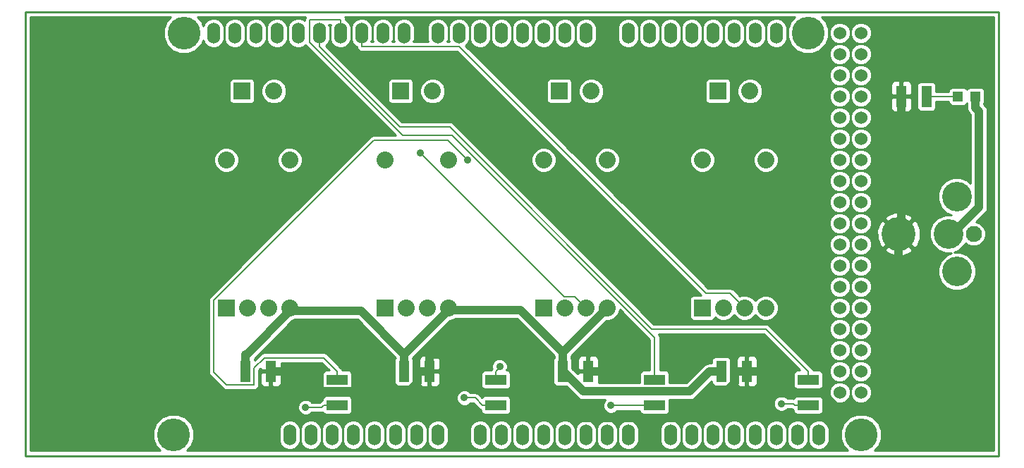
<source format=gtl>
G04 (created by PCBNEW-RS274X (2011-05-25)-stable) date Tue 18 Mar 2014 04:02:36 PM EDT*
G01*
G70*
G90*
%MOIN*%
G04 Gerber Fmt 3.4, Leading zero omitted, Abs format*
%FSLAX34Y34*%
G04 APERTURE LIST*
%ADD10C,0.006000*%
%ADD11C,0.009000*%
%ADD12C,0.155000*%
%ADD13O,0.060000X0.100000*%
%ADD14C,0.060000*%
%ADD15R,0.050000X0.100000*%
%ADD16R,0.100000X0.050000*%
%ADD17R,0.047000X0.047000*%
%ADD18C,0.076000*%
%ADD19C,0.140000*%
%ADD20C,0.160000*%
%ADD21R,0.080000X0.080000*%
%ADD22C,0.080000*%
%ADD23C,0.035000*%
%ADD24C,0.008000*%
%ADD25C,0.040000*%
%ADD26C,0.010000*%
G04 APERTURE END LIST*
G54D10*
G54D11*
X89500Y-51500D02*
X43500Y-51500D01*
X43500Y-30500D02*
X89500Y-30500D01*
X43500Y-30500D02*
X43500Y-51500D01*
X89500Y-51500D02*
X89500Y-30500D01*
G54D12*
X50500Y-50500D03*
X51000Y-31500D03*
X83000Y-50500D03*
X80500Y-31500D03*
G54D13*
X56000Y-50500D03*
X57000Y-50500D03*
X58000Y-50500D03*
X59000Y-50500D03*
X60000Y-50500D03*
X61000Y-50500D03*
X62000Y-50500D03*
X63000Y-50500D03*
X65000Y-50500D03*
X66000Y-50500D03*
X67000Y-50500D03*
X68000Y-50500D03*
X69000Y-50500D03*
X70000Y-50500D03*
X71000Y-50500D03*
X72000Y-50500D03*
X74000Y-50500D03*
X75000Y-50500D03*
X76000Y-50500D03*
X77000Y-50500D03*
X78000Y-50500D03*
X79000Y-50500D03*
X80000Y-50500D03*
X81000Y-50500D03*
X52400Y-31500D03*
X53400Y-31500D03*
X54400Y-31500D03*
X55400Y-31500D03*
X56400Y-31500D03*
X57400Y-31500D03*
X58400Y-31500D03*
X59400Y-31500D03*
X60400Y-31500D03*
X61400Y-31500D03*
X63000Y-31500D03*
X70000Y-31500D03*
X69000Y-31500D03*
X68000Y-31500D03*
X67000Y-31500D03*
X66000Y-31500D03*
X65000Y-31500D03*
X64000Y-31500D03*
X72000Y-31500D03*
X73000Y-31500D03*
X74000Y-31500D03*
X75000Y-31500D03*
X76000Y-31500D03*
X77000Y-31500D03*
X78000Y-31500D03*
X79000Y-31500D03*
G54D14*
X82000Y-31500D03*
X83000Y-31500D03*
X82000Y-32500D03*
X83000Y-32500D03*
X82000Y-33500D03*
X83000Y-33500D03*
X82000Y-34500D03*
X83000Y-34500D03*
X82000Y-35500D03*
X83000Y-35500D03*
X82000Y-36500D03*
X83000Y-36500D03*
X82000Y-37500D03*
X83000Y-37500D03*
X82000Y-38500D03*
X83000Y-38500D03*
X82000Y-39500D03*
X83000Y-39500D03*
X82000Y-40500D03*
X83000Y-40500D03*
X82000Y-41500D03*
X83000Y-41500D03*
X82000Y-42500D03*
X83000Y-42500D03*
X82000Y-43500D03*
X83000Y-43500D03*
X82000Y-44500D03*
X83000Y-44500D03*
X82000Y-45500D03*
X83000Y-45500D03*
X82000Y-46500D03*
X83000Y-46500D03*
X82000Y-47500D03*
X83000Y-47500D03*
X82000Y-48500D03*
X83000Y-48500D03*
G54D15*
X55100Y-47500D03*
X53900Y-47500D03*
G54D16*
X58250Y-49100D03*
X58250Y-47900D03*
G54D15*
X77600Y-47500D03*
X76400Y-47500D03*
X62600Y-47500D03*
X61400Y-47500D03*
X70100Y-47500D03*
X68900Y-47500D03*
G54D17*
X87585Y-34500D03*
X88415Y-34500D03*
G54D16*
X65750Y-49100D03*
X65750Y-47900D03*
X73250Y-49100D03*
X73250Y-47900D03*
X80500Y-49100D03*
X80500Y-47900D03*
G54D15*
X84900Y-34500D03*
X86100Y-34500D03*
G54D18*
X88320Y-41000D03*
G54D19*
X87140Y-41000D03*
G54D20*
X84780Y-41000D03*
G54D19*
X87530Y-39230D03*
X87530Y-42770D03*
G54D21*
X53000Y-44500D03*
G54D22*
X54000Y-44500D03*
X55000Y-44500D03*
X56000Y-44500D03*
X56000Y-37500D03*
X53000Y-37500D03*
G54D21*
X60500Y-44500D03*
G54D22*
X61500Y-44500D03*
X62500Y-44500D03*
X63500Y-44500D03*
X63500Y-37500D03*
X60500Y-37500D03*
G54D21*
X68000Y-44500D03*
G54D22*
X69000Y-44500D03*
X70000Y-44500D03*
X71000Y-44500D03*
X71000Y-37500D03*
X68000Y-37500D03*
G54D21*
X75500Y-44500D03*
G54D22*
X76500Y-44500D03*
X77500Y-44500D03*
X78500Y-44500D03*
X78500Y-37500D03*
X75500Y-37500D03*
G54D21*
X76250Y-34250D03*
G54D22*
X77750Y-34250D03*
G54D21*
X68750Y-34250D03*
G54D22*
X70250Y-34250D03*
G54D21*
X61250Y-34250D03*
G54D22*
X62750Y-34250D03*
G54D21*
X53750Y-34250D03*
G54D22*
X55250Y-34250D03*
G54D23*
X64401Y-37514D03*
X65920Y-47273D03*
X62180Y-37178D03*
X71176Y-49121D03*
X56750Y-49198D03*
X64250Y-48750D03*
X79234Y-49029D03*
X62756Y-46697D03*
X77047Y-47500D03*
X70653Y-47500D03*
G54D24*
X58250Y-47900D02*
X58250Y-47507D01*
X63466Y-36579D02*
X64401Y-37514D01*
X59964Y-36579D02*
X63466Y-36579D01*
X52398Y-44145D02*
X59964Y-36579D01*
X52398Y-47536D02*
X52398Y-44145D01*
X53006Y-48144D02*
X52398Y-47536D01*
X54288Y-48144D02*
X53006Y-48144D01*
X54310Y-48122D02*
X54288Y-48144D01*
X54310Y-47338D02*
X54310Y-48122D01*
X54792Y-46856D02*
X54310Y-47338D01*
X57599Y-46856D02*
X54792Y-46856D01*
X58250Y-47507D02*
X57599Y-46856D01*
X65920Y-47337D02*
X65920Y-47273D01*
X65750Y-47507D02*
X65920Y-47337D01*
X65750Y-47900D02*
X65750Y-47507D01*
X56965Y-30857D02*
X58400Y-30857D01*
X56944Y-30878D02*
X56965Y-30857D01*
X56944Y-31948D02*
X56944Y-30878D01*
X61322Y-36326D02*
X56944Y-31948D01*
X63677Y-36326D02*
X61322Y-36326D01*
X73250Y-45899D02*
X63677Y-36326D01*
X73250Y-47900D02*
X73250Y-45899D01*
X58400Y-31500D02*
X58400Y-30857D01*
X61198Y-35941D02*
X57400Y-32143D01*
X63553Y-35941D02*
X61198Y-35941D01*
X73112Y-45500D02*
X63553Y-35941D01*
X78493Y-45500D02*
X73112Y-45500D01*
X80500Y-47507D02*
X78493Y-45500D01*
X80500Y-47900D02*
X80500Y-47507D01*
X57400Y-31500D02*
X57400Y-32143D01*
X68958Y-43956D02*
X62180Y-37178D01*
X69456Y-43956D02*
X68958Y-43956D01*
X70000Y-44500D02*
X69456Y-43956D01*
X59400Y-31500D02*
X59400Y-32143D01*
X76819Y-43819D02*
X77500Y-44500D01*
X75682Y-43819D02*
X76819Y-43819D01*
X64006Y-32143D02*
X75682Y-43819D01*
X59400Y-32143D02*
X64006Y-32143D01*
G54D25*
X88415Y-34500D02*
X88415Y-35038D01*
X53900Y-47500D02*
X53900Y-46697D01*
X61400Y-47500D02*
X61400Y-46697D01*
X59353Y-44650D02*
X61400Y-46697D01*
X56000Y-44650D02*
X59353Y-44650D01*
X56000Y-44500D02*
X56000Y-44650D01*
X53953Y-46697D02*
X53900Y-46697D01*
X56000Y-44650D02*
X53953Y-46697D01*
X68900Y-47500D02*
X68921Y-47500D01*
X87308Y-41000D02*
X87140Y-41000D01*
X88584Y-39724D02*
X87308Y-41000D01*
X88584Y-35207D02*
X88584Y-39724D01*
X88415Y-35038D02*
X88584Y-35207D01*
X76400Y-47500D02*
X75847Y-47500D01*
X74893Y-48454D02*
X75847Y-47500D01*
X69875Y-48454D02*
X74893Y-48454D01*
X68921Y-47500D02*
X69875Y-48454D01*
X63500Y-44500D02*
X63500Y-44597D01*
X63500Y-44597D02*
X61400Y-46697D01*
X66897Y-44597D02*
X68900Y-46600D01*
X63500Y-44597D02*
X66897Y-44597D01*
X71000Y-44500D02*
X68900Y-46600D01*
X68900Y-46600D02*
X68900Y-47500D01*
G54D24*
X87585Y-34500D02*
X86100Y-34500D01*
X72586Y-49121D02*
X72607Y-49100D01*
X71176Y-49121D02*
X72586Y-49121D01*
X73250Y-49100D02*
X72607Y-49100D01*
X57509Y-49198D02*
X57607Y-49100D01*
X56750Y-49198D02*
X57509Y-49198D01*
X58250Y-49100D02*
X57607Y-49100D01*
X64757Y-48750D02*
X65107Y-49100D01*
X64250Y-48750D02*
X64757Y-48750D01*
X65750Y-49100D02*
X65107Y-49100D01*
X79786Y-49029D02*
X79857Y-49100D01*
X79234Y-49029D02*
X79786Y-49029D01*
X80500Y-49100D02*
X79857Y-49100D01*
G54D25*
X56607Y-48454D02*
X55653Y-47500D01*
X61646Y-48454D02*
X56607Y-48454D01*
X62047Y-48053D02*
X61646Y-48454D01*
X62047Y-47500D02*
X62047Y-48053D01*
X62600Y-47500D02*
X62047Y-47500D01*
X55100Y-47500D02*
X55653Y-47500D01*
X62600Y-47500D02*
X62600Y-46697D01*
X62600Y-46697D02*
X62756Y-46697D01*
X77600Y-47500D02*
X77047Y-47500D01*
X66554Y-46697D02*
X62756Y-46697D01*
X69553Y-49696D02*
X66554Y-46697D01*
X75404Y-49696D02*
X69553Y-49696D01*
X77047Y-48053D02*
X75404Y-49696D01*
X77047Y-47500D02*
X77047Y-48053D01*
X77600Y-47500D02*
X78153Y-47500D01*
X84900Y-40880D02*
X84780Y-41000D01*
X84900Y-34500D02*
X84900Y-40880D01*
X79199Y-48546D02*
X78153Y-47500D01*
X81174Y-48546D02*
X79199Y-48546D01*
X81890Y-49262D02*
X81174Y-48546D01*
X83314Y-49262D02*
X81890Y-49262D01*
X84780Y-47796D02*
X83314Y-49262D01*
X84780Y-41000D02*
X84780Y-47796D01*
X70100Y-47500D02*
X70653Y-47500D01*
G54D10*
G36*
X73010Y-47451D02*
X72711Y-47451D01*
X72638Y-47481D01*
X72582Y-47537D01*
X72551Y-47610D01*
X72551Y-47689D01*
X72551Y-48054D01*
X70597Y-48054D01*
X70599Y-48050D01*
X70599Y-47951D01*
X70600Y-47612D01*
X70600Y-47388D01*
X70599Y-47049D01*
X70599Y-46950D01*
X70561Y-46859D01*
X70491Y-46789D01*
X70399Y-46751D01*
X70212Y-46750D01*
X70150Y-46812D01*
X70150Y-47450D01*
X70538Y-47450D01*
X70600Y-47388D01*
X70600Y-47612D01*
X70538Y-47550D01*
X70200Y-47550D01*
X70150Y-47550D01*
X70050Y-47550D01*
X70050Y-47450D01*
X70050Y-46812D01*
X69988Y-46750D01*
X69801Y-46751D01*
X69709Y-46789D01*
X69639Y-46859D01*
X69601Y-46950D01*
X69601Y-47049D01*
X69600Y-47388D01*
X69662Y-47450D01*
X70050Y-47450D01*
X70050Y-47550D01*
X70000Y-47550D01*
X69662Y-47550D01*
X69600Y-47612D01*
X69600Y-47613D01*
X69349Y-47362D01*
X69349Y-46961D01*
X69319Y-46888D01*
X69300Y-46869D01*
X69300Y-46765D01*
X70966Y-45099D01*
X71119Y-45099D01*
X71339Y-45008D01*
X71508Y-44839D01*
X71599Y-44619D01*
X71599Y-44588D01*
X73010Y-45999D01*
X73010Y-47451D01*
X73010Y-47451D01*
G37*
G54D26*
X73010Y-47451D02*
X72711Y-47451D01*
X72638Y-47481D01*
X72582Y-47537D01*
X72551Y-47610D01*
X72551Y-47689D01*
X72551Y-48054D01*
X70597Y-48054D01*
X70599Y-48050D01*
X70599Y-47951D01*
X70600Y-47612D01*
X70600Y-47388D01*
X70599Y-47049D01*
X70599Y-46950D01*
X70561Y-46859D01*
X70491Y-46789D01*
X70399Y-46751D01*
X70212Y-46750D01*
X70150Y-46812D01*
X70150Y-47450D01*
X70538Y-47450D01*
X70600Y-47388D01*
X70600Y-47612D01*
X70538Y-47550D01*
X70200Y-47550D01*
X70150Y-47550D01*
X70050Y-47550D01*
X70050Y-47450D01*
X70050Y-46812D01*
X69988Y-46750D01*
X69801Y-46751D01*
X69709Y-46789D01*
X69639Y-46859D01*
X69601Y-46950D01*
X69601Y-47049D01*
X69600Y-47388D01*
X69662Y-47450D01*
X70050Y-47450D01*
X70050Y-47550D01*
X70000Y-47550D01*
X69662Y-47550D01*
X69600Y-47612D01*
X69600Y-47613D01*
X69349Y-47362D01*
X69349Y-46961D01*
X69319Y-46888D01*
X69300Y-46869D01*
X69300Y-46765D01*
X70966Y-45099D01*
X71119Y-45099D01*
X71339Y-45008D01*
X71508Y-44839D01*
X71599Y-44619D01*
X71599Y-44588D01*
X73010Y-45999D01*
X73010Y-47451D01*
G54D10*
G36*
X89255Y-51255D02*
X88984Y-51255D01*
X88984Y-39724D01*
X88984Y-35207D01*
X88954Y-35054D01*
X88867Y-34924D01*
X88815Y-34872D01*
X88815Y-34851D01*
X88818Y-34848D01*
X88849Y-34775D01*
X88849Y-34696D01*
X88849Y-34226D01*
X88819Y-34153D01*
X88763Y-34097D01*
X88690Y-34066D01*
X88611Y-34066D01*
X88141Y-34066D01*
X88068Y-34096D01*
X88012Y-34152D01*
X88000Y-34180D01*
X87989Y-34153D01*
X87933Y-34097D01*
X87860Y-34066D01*
X87781Y-34066D01*
X87311Y-34066D01*
X87238Y-34096D01*
X87182Y-34152D01*
X87151Y-34225D01*
X87151Y-34260D01*
X86549Y-34260D01*
X86549Y-33961D01*
X86519Y-33888D01*
X86463Y-33832D01*
X86390Y-33801D01*
X86311Y-33801D01*
X85811Y-33801D01*
X85738Y-33831D01*
X85682Y-33887D01*
X85651Y-33960D01*
X85651Y-34039D01*
X85651Y-35039D01*
X85681Y-35112D01*
X85737Y-35168D01*
X85810Y-35199D01*
X85889Y-35199D01*
X86389Y-35199D01*
X86462Y-35169D01*
X86518Y-35113D01*
X86549Y-35040D01*
X86549Y-34961D01*
X86549Y-34740D01*
X87151Y-34740D01*
X87151Y-34774D01*
X87181Y-34847D01*
X87237Y-34903D01*
X87310Y-34934D01*
X87389Y-34934D01*
X87859Y-34934D01*
X87932Y-34904D01*
X87988Y-34848D01*
X87999Y-34819D01*
X88011Y-34847D01*
X88015Y-34851D01*
X88015Y-35038D01*
X88045Y-35191D01*
X88132Y-35321D01*
X88184Y-35373D01*
X88184Y-38611D01*
X88041Y-38468D01*
X87710Y-38330D01*
X87352Y-38330D01*
X87021Y-38467D01*
X86768Y-38719D01*
X86630Y-39050D01*
X86630Y-39408D01*
X86767Y-39739D01*
X87019Y-39992D01*
X87278Y-40100D01*
X86962Y-40100D01*
X86631Y-40237D01*
X86378Y-40489D01*
X86240Y-40820D01*
X86240Y-41178D01*
X86377Y-41509D01*
X86629Y-41762D01*
X86960Y-41900D01*
X87279Y-41900D01*
X87021Y-42007D01*
X86768Y-42259D01*
X86630Y-42590D01*
X86630Y-42948D01*
X86767Y-43279D01*
X87019Y-43532D01*
X87350Y-43670D01*
X87708Y-43670D01*
X88039Y-43533D01*
X88292Y-43281D01*
X88430Y-42950D01*
X88430Y-42592D01*
X88293Y-42261D01*
X88041Y-42008D01*
X87710Y-41870D01*
X87390Y-41870D01*
X87649Y-41763D01*
X87902Y-41511D01*
X87934Y-41434D01*
X87991Y-41491D01*
X88204Y-41580D01*
X88435Y-41580D01*
X88648Y-41492D01*
X88811Y-41329D01*
X88900Y-41116D01*
X88900Y-40885D01*
X88812Y-40672D01*
X88649Y-40509D01*
X88448Y-40425D01*
X88863Y-40009D01*
X88866Y-40007D01*
X88867Y-40007D01*
X88953Y-39878D01*
X88954Y-39877D01*
X88984Y-39724D01*
X88984Y-51255D01*
X85810Y-51255D01*
X85810Y-41196D01*
X85807Y-40786D01*
X85657Y-40424D01*
X85513Y-40338D01*
X85442Y-40409D01*
X85442Y-40267D01*
X85400Y-40196D01*
X85400Y-34612D01*
X85400Y-34388D01*
X85399Y-34049D01*
X85399Y-33950D01*
X85361Y-33859D01*
X85291Y-33789D01*
X85199Y-33751D01*
X85012Y-33750D01*
X84950Y-33812D01*
X84950Y-34450D01*
X85338Y-34450D01*
X85400Y-34388D01*
X85400Y-34612D01*
X85338Y-34550D01*
X84950Y-34550D01*
X84950Y-35188D01*
X85012Y-35250D01*
X85199Y-35249D01*
X85291Y-35211D01*
X85361Y-35141D01*
X85399Y-35050D01*
X85399Y-34951D01*
X85400Y-34612D01*
X85400Y-40196D01*
X85356Y-40123D01*
X84976Y-39970D01*
X84850Y-39970D01*
X84850Y-35188D01*
X84850Y-34550D01*
X84850Y-34450D01*
X84850Y-33812D01*
X84788Y-33750D01*
X84601Y-33751D01*
X84509Y-33789D01*
X84439Y-33859D01*
X84401Y-33950D01*
X84401Y-34049D01*
X84400Y-34388D01*
X84462Y-34450D01*
X84850Y-34450D01*
X84850Y-34550D01*
X84462Y-34550D01*
X84400Y-34612D01*
X84401Y-34951D01*
X84401Y-35050D01*
X84439Y-35141D01*
X84509Y-35211D01*
X84601Y-35249D01*
X84788Y-35250D01*
X84850Y-35188D01*
X84850Y-39970D01*
X84566Y-39973D01*
X84204Y-40123D01*
X84118Y-40267D01*
X84780Y-40929D01*
X85442Y-40267D01*
X85442Y-40409D01*
X84851Y-41000D01*
X85513Y-41662D01*
X85657Y-41576D01*
X85810Y-41196D01*
X85810Y-51255D01*
X85442Y-51255D01*
X85442Y-41733D01*
X84780Y-41071D01*
X84709Y-41142D01*
X84709Y-41000D01*
X84047Y-40338D01*
X83903Y-40424D01*
X83750Y-40804D01*
X83753Y-41214D01*
X83903Y-41576D01*
X84047Y-41662D01*
X84709Y-41000D01*
X84709Y-41142D01*
X84118Y-41733D01*
X84204Y-41877D01*
X84584Y-42030D01*
X84994Y-42027D01*
X85356Y-41877D01*
X85442Y-41733D01*
X85442Y-51255D01*
X83623Y-51255D01*
X83826Y-51053D01*
X83975Y-50695D01*
X83975Y-50307D01*
X83827Y-49949D01*
X83553Y-49674D01*
X83499Y-49651D01*
X83499Y-48599D01*
X83499Y-48401D01*
X83499Y-47599D01*
X83499Y-47401D01*
X83499Y-46599D01*
X83499Y-46401D01*
X83499Y-45599D01*
X83499Y-45401D01*
X83499Y-44599D01*
X83499Y-44401D01*
X83499Y-43599D01*
X83499Y-43401D01*
X83499Y-42599D01*
X83499Y-42401D01*
X83499Y-41599D01*
X83499Y-41401D01*
X83499Y-40599D01*
X83499Y-40401D01*
X83499Y-39599D01*
X83499Y-39401D01*
X83499Y-38599D01*
X83499Y-38401D01*
X83499Y-37599D01*
X83499Y-37401D01*
X83499Y-36599D01*
X83499Y-36401D01*
X83499Y-35599D01*
X83499Y-35401D01*
X83499Y-34599D01*
X83499Y-34401D01*
X83499Y-33599D01*
X83499Y-33401D01*
X83499Y-32599D01*
X83499Y-32401D01*
X83499Y-31599D01*
X83499Y-31401D01*
X83423Y-31218D01*
X83283Y-31077D01*
X83099Y-31001D01*
X82901Y-31001D01*
X82718Y-31077D01*
X82577Y-31217D01*
X82501Y-31401D01*
X82501Y-31599D01*
X82577Y-31782D01*
X82717Y-31923D01*
X82901Y-31999D01*
X83099Y-31999D01*
X83282Y-31923D01*
X83423Y-31783D01*
X83499Y-31599D01*
X83499Y-32401D01*
X83423Y-32218D01*
X83283Y-32077D01*
X83099Y-32001D01*
X82901Y-32001D01*
X82718Y-32077D01*
X82577Y-32217D01*
X82501Y-32401D01*
X82501Y-32599D01*
X82577Y-32782D01*
X82717Y-32923D01*
X82901Y-32999D01*
X83099Y-32999D01*
X83282Y-32923D01*
X83423Y-32783D01*
X83499Y-32599D01*
X83499Y-33401D01*
X83423Y-33218D01*
X83283Y-33077D01*
X83099Y-33001D01*
X82901Y-33001D01*
X82718Y-33077D01*
X82577Y-33217D01*
X82501Y-33401D01*
X82501Y-33599D01*
X82577Y-33782D01*
X82717Y-33923D01*
X82901Y-33999D01*
X83099Y-33999D01*
X83282Y-33923D01*
X83423Y-33783D01*
X83499Y-33599D01*
X83499Y-34401D01*
X83423Y-34218D01*
X83283Y-34077D01*
X83099Y-34001D01*
X82901Y-34001D01*
X82718Y-34077D01*
X82577Y-34217D01*
X82501Y-34401D01*
X82501Y-34599D01*
X82577Y-34782D01*
X82717Y-34923D01*
X82901Y-34999D01*
X83099Y-34999D01*
X83282Y-34923D01*
X83423Y-34783D01*
X83499Y-34599D01*
X83499Y-35401D01*
X83423Y-35218D01*
X83283Y-35077D01*
X83099Y-35001D01*
X82901Y-35001D01*
X82718Y-35077D01*
X82577Y-35217D01*
X82501Y-35401D01*
X82501Y-35599D01*
X82577Y-35782D01*
X82717Y-35923D01*
X82901Y-35999D01*
X83099Y-35999D01*
X83282Y-35923D01*
X83423Y-35783D01*
X83499Y-35599D01*
X83499Y-36401D01*
X83423Y-36218D01*
X83283Y-36077D01*
X83099Y-36001D01*
X82901Y-36001D01*
X82718Y-36077D01*
X82577Y-36217D01*
X82501Y-36401D01*
X82501Y-36599D01*
X82577Y-36782D01*
X82717Y-36923D01*
X82901Y-36999D01*
X83099Y-36999D01*
X83282Y-36923D01*
X83423Y-36783D01*
X83499Y-36599D01*
X83499Y-37401D01*
X83423Y-37218D01*
X83283Y-37077D01*
X83099Y-37001D01*
X82901Y-37001D01*
X82718Y-37077D01*
X82577Y-37217D01*
X82501Y-37401D01*
X82501Y-37599D01*
X82577Y-37782D01*
X82717Y-37923D01*
X82901Y-37999D01*
X83099Y-37999D01*
X83282Y-37923D01*
X83423Y-37783D01*
X83499Y-37599D01*
X83499Y-38401D01*
X83423Y-38218D01*
X83283Y-38077D01*
X83099Y-38001D01*
X82901Y-38001D01*
X82718Y-38077D01*
X82577Y-38217D01*
X82501Y-38401D01*
X82501Y-38599D01*
X82577Y-38782D01*
X82717Y-38923D01*
X82901Y-38999D01*
X83099Y-38999D01*
X83282Y-38923D01*
X83423Y-38783D01*
X83499Y-38599D01*
X83499Y-39401D01*
X83423Y-39218D01*
X83283Y-39077D01*
X83099Y-39001D01*
X82901Y-39001D01*
X82718Y-39077D01*
X82577Y-39217D01*
X82501Y-39401D01*
X82501Y-39599D01*
X82577Y-39782D01*
X82717Y-39923D01*
X82901Y-39999D01*
X83099Y-39999D01*
X83282Y-39923D01*
X83423Y-39783D01*
X83499Y-39599D01*
X83499Y-40401D01*
X83423Y-40218D01*
X83283Y-40077D01*
X83099Y-40001D01*
X82901Y-40001D01*
X82718Y-40077D01*
X82577Y-40217D01*
X82501Y-40401D01*
X82501Y-40599D01*
X82577Y-40782D01*
X82717Y-40923D01*
X82901Y-40999D01*
X83099Y-40999D01*
X83282Y-40923D01*
X83423Y-40783D01*
X83499Y-40599D01*
X83499Y-41401D01*
X83423Y-41218D01*
X83283Y-41077D01*
X83099Y-41001D01*
X82901Y-41001D01*
X82718Y-41077D01*
X82577Y-41217D01*
X82501Y-41401D01*
X82501Y-41599D01*
X82577Y-41782D01*
X82717Y-41923D01*
X82901Y-41999D01*
X83099Y-41999D01*
X83282Y-41923D01*
X83423Y-41783D01*
X83499Y-41599D01*
X83499Y-42401D01*
X83423Y-42218D01*
X83283Y-42077D01*
X83099Y-42001D01*
X82901Y-42001D01*
X82718Y-42077D01*
X82577Y-42217D01*
X82501Y-42401D01*
X82501Y-42599D01*
X82577Y-42782D01*
X82717Y-42923D01*
X82901Y-42999D01*
X83099Y-42999D01*
X83282Y-42923D01*
X83423Y-42783D01*
X83499Y-42599D01*
X83499Y-43401D01*
X83423Y-43218D01*
X83283Y-43077D01*
X83099Y-43001D01*
X82901Y-43001D01*
X82718Y-43077D01*
X82577Y-43217D01*
X82501Y-43401D01*
X82501Y-43599D01*
X82577Y-43782D01*
X82717Y-43923D01*
X82901Y-43999D01*
X83099Y-43999D01*
X83282Y-43923D01*
X83423Y-43783D01*
X83499Y-43599D01*
X83499Y-44401D01*
X83423Y-44218D01*
X83283Y-44077D01*
X83099Y-44001D01*
X82901Y-44001D01*
X82718Y-44077D01*
X82577Y-44217D01*
X82501Y-44401D01*
X82501Y-44599D01*
X82577Y-44782D01*
X82717Y-44923D01*
X82901Y-44999D01*
X83099Y-44999D01*
X83282Y-44923D01*
X83423Y-44783D01*
X83499Y-44599D01*
X83499Y-45401D01*
X83423Y-45218D01*
X83283Y-45077D01*
X83099Y-45001D01*
X82901Y-45001D01*
X82718Y-45077D01*
X82577Y-45217D01*
X82501Y-45401D01*
X82501Y-45599D01*
X82577Y-45782D01*
X82717Y-45923D01*
X82901Y-45999D01*
X83099Y-45999D01*
X83282Y-45923D01*
X83423Y-45783D01*
X83499Y-45599D01*
X83499Y-46401D01*
X83423Y-46218D01*
X83283Y-46077D01*
X83099Y-46001D01*
X82901Y-46001D01*
X82718Y-46077D01*
X82577Y-46217D01*
X82501Y-46401D01*
X82501Y-46599D01*
X82577Y-46782D01*
X82717Y-46923D01*
X82901Y-46999D01*
X83099Y-46999D01*
X83282Y-46923D01*
X83423Y-46783D01*
X83499Y-46599D01*
X83499Y-47401D01*
X83423Y-47218D01*
X83283Y-47077D01*
X83099Y-47001D01*
X82901Y-47001D01*
X82718Y-47077D01*
X82577Y-47217D01*
X82501Y-47401D01*
X82501Y-47599D01*
X82577Y-47782D01*
X82717Y-47923D01*
X82901Y-47999D01*
X83099Y-47999D01*
X83282Y-47923D01*
X83423Y-47783D01*
X83499Y-47599D01*
X83499Y-48401D01*
X83423Y-48218D01*
X83283Y-48077D01*
X83099Y-48001D01*
X82901Y-48001D01*
X82718Y-48077D01*
X82577Y-48217D01*
X82501Y-48401D01*
X82501Y-48599D01*
X82577Y-48782D01*
X82717Y-48923D01*
X82901Y-48999D01*
X83099Y-48999D01*
X83282Y-48923D01*
X83423Y-48783D01*
X83499Y-48599D01*
X83499Y-49651D01*
X83195Y-49525D01*
X82807Y-49525D01*
X82499Y-49652D01*
X82499Y-48599D01*
X82499Y-48401D01*
X82499Y-47599D01*
X82499Y-47401D01*
X82499Y-46599D01*
X82499Y-46401D01*
X82499Y-45599D01*
X82499Y-45401D01*
X82499Y-44599D01*
X82499Y-44401D01*
X82499Y-43599D01*
X82499Y-43401D01*
X82499Y-42599D01*
X82499Y-42401D01*
X82499Y-41599D01*
X82499Y-41401D01*
X82499Y-40599D01*
X82499Y-40401D01*
X82499Y-39599D01*
X82499Y-39401D01*
X82499Y-38599D01*
X82499Y-38401D01*
X82499Y-37599D01*
X82499Y-37401D01*
X82499Y-36599D01*
X82499Y-36401D01*
X82499Y-35599D01*
X82499Y-35401D01*
X82499Y-34599D01*
X82499Y-34401D01*
X82499Y-33599D01*
X82499Y-33401D01*
X82499Y-32599D01*
X82499Y-32401D01*
X82499Y-31599D01*
X82499Y-31401D01*
X82423Y-31218D01*
X82283Y-31077D01*
X82099Y-31001D01*
X81901Y-31001D01*
X81718Y-31077D01*
X81577Y-31217D01*
X81501Y-31401D01*
X81501Y-31599D01*
X81577Y-31782D01*
X81717Y-31923D01*
X81901Y-31999D01*
X82099Y-31999D01*
X82282Y-31923D01*
X82423Y-31783D01*
X82499Y-31599D01*
X82499Y-32401D01*
X82423Y-32218D01*
X82283Y-32077D01*
X82099Y-32001D01*
X81901Y-32001D01*
X81718Y-32077D01*
X81577Y-32217D01*
X81501Y-32401D01*
X81501Y-32599D01*
X81577Y-32782D01*
X81717Y-32923D01*
X81901Y-32999D01*
X82099Y-32999D01*
X82282Y-32923D01*
X82423Y-32783D01*
X82499Y-32599D01*
X82499Y-33401D01*
X82423Y-33218D01*
X82283Y-33077D01*
X82099Y-33001D01*
X81901Y-33001D01*
X81718Y-33077D01*
X81577Y-33217D01*
X81501Y-33401D01*
X81501Y-33599D01*
X81577Y-33782D01*
X81717Y-33923D01*
X81901Y-33999D01*
X82099Y-33999D01*
X82282Y-33923D01*
X82423Y-33783D01*
X82499Y-33599D01*
X82499Y-34401D01*
X82423Y-34218D01*
X82283Y-34077D01*
X82099Y-34001D01*
X81901Y-34001D01*
X81718Y-34077D01*
X81577Y-34217D01*
X81501Y-34401D01*
X81501Y-34599D01*
X81577Y-34782D01*
X81717Y-34923D01*
X81901Y-34999D01*
X82099Y-34999D01*
X82282Y-34923D01*
X82423Y-34783D01*
X82499Y-34599D01*
X82499Y-35401D01*
X82423Y-35218D01*
X82283Y-35077D01*
X82099Y-35001D01*
X81901Y-35001D01*
X81718Y-35077D01*
X81577Y-35217D01*
X81501Y-35401D01*
X81501Y-35599D01*
X81577Y-35782D01*
X81717Y-35923D01*
X81901Y-35999D01*
X82099Y-35999D01*
X82282Y-35923D01*
X82423Y-35783D01*
X82499Y-35599D01*
X82499Y-36401D01*
X82423Y-36218D01*
X82283Y-36077D01*
X82099Y-36001D01*
X81901Y-36001D01*
X81718Y-36077D01*
X81577Y-36217D01*
X81501Y-36401D01*
X81501Y-36599D01*
X81577Y-36782D01*
X81717Y-36923D01*
X81901Y-36999D01*
X82099Y-36999D01*
X82282Y-36923D01*
X82423Y-36783D01*
X82499Y-36599D01*
X82499Y-37401D01*
X82423Y-37218D01*
X82283Y-37077D01*
X82099Y-37001D01*
X81901Y-37001D01*
X81718Y-37077D01*
X81577Y-37217D01*
X81501Y-37401D01*
X81501Y-37599D01*
X81577Y-37782D01*
X81717Y-37923D01*
X81901Y-37999D01*
X82099Y-37999D01*
X82282Y-37923D01*
X82423Y-37783D01*
X82499Y-37599D01*
X82499Y-38401D01*
X82423Y-38218D01*
X82283Y-38077D01*
X82099Y-38001D01*
X81901Y-38001D01*
X81718Y-38077D01*
X81577Y-38217D01*
X81501Y-38401D01*
X81501Y-38599D01*
X81577Y-38782D01*
X81717Y-38923D01*
X81901Y-38999D01*
X82099Y-38999D01*
X82282Y-38923D01*
X82423Y-38783D01*
X82499Y-38599D01*
X82499Y-39401D01*
X82423Y-39218D01*
X82283Y-39077D01*
X82099Y-39001D01*
X81901Y-39001D01*
X81718Y-39077D01*
X81577Y-39217D01*
X81501Y-39401D01*
X81501Y-39599D01*
X81577Y-39782D01*
X81717Y-39923D01*
X81901Y-39999D01*
X82099Y-39999D01*
X82282Y-39923D01*
X82423Y-39783D01*
X82499Y-39599D01*
X82499Y-40401D01*
X82423Y-40218D01*
X82283Y-40077D01*
X82099Y-40001D01*
X81901Y-40001D01*
X81718Y-40077D01*
X81577Y-40217D01*
X81501Y-40401D01*
X81501Y-40599D01*
X81577Y-40782D01*
X81717Y-40923D01*
X81901Y-40999D01*
X82099Y-40999D01*
X82282Y-40923D01*
X82423Y-40783D01*
X82499Y-40599D01*
X82499Y-41401D01*
X82423Y-41218D01*
X82283Y-41077D01*
X82099Y-41001D01*
X81901Y-41001D01*
X81718Y-41077D01*
X81577Y-41217D01*
X81501Y-41401D01*
X81501Y-41599D01*
X81577Y-41782D01*
X81717Y-41923D01*
X81901Y-41999D01*
X82099Y-41999D01*
X82282Y-41923D01*
X82423Y-41783D01*
X82499Y-41599D01*
X82499Y-42401D01*
X82423Y-42218D01*
X82283Y-42077D01*
X82099Y-42001D01*
X81901Y-42001D01*
X81718Y-42077D01*
X81577Y-42217D01*
X81501Y-42401D01*
X81501Y-42599D01*
X81577Y-42782D01*
X81717Y-42923D01*
X81901Y-42999D01*
X82099Y-42999D01*
X82282Y-42923D01*
X82423Y-42783D01*
X82499Y-42599D01*
X82499Y-43401D01*
X82423Y-43218D01*
X82283Y-43077D01*
X82099Y-43001D01*
X81901Y-43001D01*
X81718Y-43077D01*
X81577Y-43217D01*
X81501Y-43401D01*
X81501Y-43599D01*
X81577Y-43782D01*
X81717Y-43923D01*
X81901Y-43999D01*
X82099Y-43999D01*
X82282Y-43923D01*
X82423Y-43783D01*
X82499Y-43599D01*
X82499Y-44401D01*
X82423Y-44218D01*
X82283Y-44077D01*
X82099Y-44001D01*
X81901Y-44001D01*
X81718Y-44077D01*
X81577Y-44217D01*
X81501Y-44401D01*
X81501Y-44599D01*
X81577Y-44782D01*
X81717Y-44923D01*
X81901Y-44999D01*
X82099Y-44999D01*
X82282Y-44923D01*
X82423Y-44783D01*
X82499Y-44599D01*
X82499Y-45401D01*
X82423Y-45218D01*
X82283Y-45077D01*
X82099Y-45001D01*
X81901Y-45001D01*
X81718Y-45077D01*
X81577Y-45217D01*
X81501Y-45401D01*
X81501Y-45599D01*
X81577Y-45782D01*
X81717Y-45923D01*
X81901Y-45999D01*
X82099Y-45999D01*
X82282Y-45923D01*
X82423Y-45783D01*
X82499Y-45599D01*
X82499Y-46401D01*
X82423Y-46218D01*
X82283Y-46077D01*
X82099Y-46001D01*
X81901Y-46001D01*
X81718Y-46077D01*
X81577Y-46217D01*
X81501Y-46401D01*
X81501Y-46599D01*
X81577Y-46782D01*
X81717Y-46923D01*
X81901Y-46999D01*
X82099Y-46999D01*
X82282Y-46923D01*
X82423Y-46783D01*
X82499Y-46599D01*
X82499Y-47401D01*
X82423Y-47218D01*
X82283Y-47077D01*
X82099Y-47001D01*
X81901Y-47001D01*
X81718Y-47077D01*
X81577Y-47217D01*
X81501Y-47401D01*
X81501Y-47599D01*
X81577Y-47782D01*
X81717Y-47923D01*
X81901Y-47999D01*
X82099Y-47999D01*
X82282Y-47923D01*
X82423Y-47783D01*
X82499Y-47599D01*
X82499Y-48401D01*
X82423Y-48218D01*
X82283Y-48077D01*
X82099Y-48001D01*
X81901Y-48001D01*
X81718Y-48077D01*
X81577Y-48217D01*
X81501Y-48401D01*
X81501Y-48599D01*
X81577Y-48782D01*
X81717Y-48923D01*
X81901Y-48999D01*
X82099Y-48999D01*
X82282Y-48923D01*
X82423Y-48783D01*
X82499Y-48599D01*
X82499Y-49652D01*
X82449Y-49673D01*
X82174Y-49947D01*
X82025Y-50305D01*
X82025Y-50693D01*
X82173Y-51051D01*
X82376Y-51255D01*
X81490Y-51255D01*
X81490Y-50811D01*
X81490Y-50616D01*
X81490Y-50190D01*
X81416Y-50010D01*
X81278Y-49872D01*
X81199Y-49839D01*
X81199Y-49390D01*
X81199Y-49311D01*
X81199Y-48811D01*
X81169Y-48738D01*
X81113Y-48682D01*
X81040Y-48651D01*
X80961Y-48651D01*
X79961Y-48651D01*
X79888Y-48681D01*
X79832Y-48737D01*
X79808Y-48793D01*
X79786Y-48789D01*
X79524Y-48789D01*
X79447Y-48712D01*
X79309Y-48654D01*
X79160Y-48654D01*
X79022Y-48711D01*
X78917Y-48816D01*
X78859Y-48954D01*
X78859Y-49103D01*
X78916Y-49241D01*
X79021Y-49346D01*
X79159Y-49404D01*
X79308Y-49404D01*
X79446Y-49347D01*
X79524Y-49269D01*
X79686Y-49269D01*
X79687Y-49270D01*
X79765Y-49322D01*
X79801Y-49329D01*
X79801Y-49389D01*
X79831Y-49462D01*
X79887Y-49518D01*
X79960Y-49549D01*
X80039Y-49549D01*
X81039Y-49549D01*
X81112Y-49519D01*
X81168Y-49463D01*
X81199Y-49390D01*
X81199Y-49839D01*
X81098Y-49797D01*
X80903Y-49797D01*
X80723Y-49871D01*
X80585Y-50009D01*
X80510Y-50189D01*
X80510Y-50384D01*
X80510Y-50810D01*
X80584Y-50990D01*
X80722Y-51128D01*
X80902Y-51203D01*
X81097Y-51203D01*
X81277Y-51129D01*
X81415Y-50991D01*
X81490Y-50811D01*
X81490Y-51255D01*
X80490Y-51255D01*
X80490Y-50811D01*
X80490Y-50616D01*
X80490Y-50190D01*
X80416Y-50010D01*
X80278Y-49872D01*
X80098Y-49797D01*
X79903Y-49797D01*
X79723Y-49871D01*
X79585Y-50009D01*
X79510Y-50189D01*
X79510Y-50384D01*
X79510Y-50810D01*
X79584Y-50990D01*
X79722Y-51128D01*
X79902Y-51203D01*
X80097Y-51203D01*
X80277Y-51129D01*
X80415Y-50991D01*
X80490Y-50811D01*
X80490Y-51255D01*
X79490Y-51255D01*
X79490Y-50811D01*
X79490Y-50616D01*
X79490Y-50190D01*
X79416Y-50010D01*
X79278Y-49872D01*
X79098Y-49797D01*
X78903Y-49797D01*
X78723Y-49871D01*
X78585Y-50009D01*
X78510Y-50189D01*
X78510Y-50384D01*
X78510Y-50810D01*
X78584Y-50990D01*
X78722Y-51128D01*
X78902Y-51203D01*
X79097Y-51203D01*
X79277Y-51129D01*
X79415Y-50991D01*
X79490Y-50811D01*
X79490Y-51255D01*
X78490Y-51255D01*
X78490Y-50811D01*
X78490Y-50616D01*
X78490Y-50190D01*
X78416Y-50010D01*
X78278Y-49872D01*
X78100Y-49797D01*
X78100Y-47612D01*
X78100Y-47388D01*
X78099Y-47049D01*
X78099Y-46950D01*
X78061Y-46859D01*
X77991Y-46789D01*
X77899Y-46751D01*
X77712Y-46750D01*
X77650Y-46812D01*
X77650Y-47450D01*
X78038Y-47450D01*
X78100Y-47388D01*
X78100Y-47612D01*
X78038Y-47550D01*
X77650Y-47550D01*
X77650Y-48188D01*
X77712Y-48250D01*
X77899Y-48249D01*
X77991Y-48211D01*
X78061Y-48141D01*
X78099Y-48050D01*
X78099Y-47951D01*
X78100Y-47612D01*
X78100Y-49797D01*
X78098Y-49797D01*
X77903Y-49797D01*
X77723Y-49871D01*
X77585Y-50009D01*
X77550Y-50093D01*
X77550Y-48188D01*
X77550Y-47550D01*
X77550Y-47450D01*
X77550Y-46812D01*
X77488Y-46750D01*
X77301Y-46751D01*
X77209Y-46789D01*
X77139Y-46859D01*
X77101Y-46950D01*
X77101Y-47049D01*
X77100Y-47388D01*
X77162Y-47450D01*
X77550Y-47450D01*
X77550Y-47550D01*
X77162Y-47550D01*
X77100Y-47612D01*
X77101Y-47951D01*
X77101Y-48050D01*
X77139Y-48141D01*
X77209Y-48211D01*
X77301Y-48249D01*
X77488Y-48250D01*
X77550Y-48188D01*
X77550Y-50093D01*
X77510Y-50189D01*
X77510Y-50384D01*
X77510Y-50810D01*
X77584Y-50990D01*
X77722Y-51128D01*
X77902Y-51203D01*
X78097Y-51203D01*
X78277Y-51129D01*
X78415Y-50991D01*
X78490Y-50811D01*
X78490Y-51255D01*
X77490Y-51255D01*
X77490Y-50811D01*
X77490Y-50616D01*
X77490Y-50190D01*
X77416Y-50010D01*
X77278Y-49872D01*
X77098Y-49797D01*
X76903Y-49797D01*
X76723Y-49871D01*
X76585Y-50009D01*
X76510Y-50189D01*
X76510Y-50384D01*
X76510Y-50810D01*
X76584Y-50990D01*
X76722Y-51128D01*
X76902Y-51203D01*
X77097Y-51203D01*
X77277Y-51129D01*
X77415Y-50991D01*
X77490Y-50811D01*
X77490Y-51255D01*
X76490Y-51255D01*
X76490Y-50811D01*
X76490Y-50616D01*
X76490Y-50190D01*
X76416Y-50010D01*
X76278Y-49872D01*
X76098Y-49797D01*
X75903Y-49797D01*
X75723Y-49871D01*
X75585Y-50009D01*
X75510Y-50189D01*
X75510Y-50384D01*
X75510Y-50810D01*
X75584Y-50990D01*
X75722Y-51128D01*
X75902Y-51203D01*
X76097Y-51203D01*
X76277Y-51129D01*
X76415Y-50991D01*
X76490Y-50811D01*
X76490Y-51255D01*
X75490Y-51255D01*
X75490Y-50811D01*
X75490Y-50616D01*
X75490Y-50190D01*
X75416Y-50010D01*
X75278Y-49872D01*
X75098Y-49797D01*
X74903Y-49797D01*
X74723Y-49871D01*
X74585Y-50009D01*
X74510Y-50189D01*
X74510Y-50384D01*
X74510Y-50810D01*
X74584Y-50990D01*
X74722Y-51128D01*
X74902Y-51203D01*
X75097Y-51203D01*
X75277Y-51129D01*
X75415Y-50991D01*
X75490Y-50811D01*
X75490Y-51255D01*
X74490Y-51255D01*
X74490Y-50811D01*
X74490Y-50616D01*
X74490Y-50190D01*
X74416Y-50010D01*
X74278Y-49872D01*
X74098Y-49797D01*
X73903Y-49797D01*
X73723Y-49871D01*
X73585Y-50009D01*
X73510Y-50189D01*
X73510Y-50384D01*
X73510Y-50810D01*
X73584Y-50990D01*
X73722Y-51128D01*
X73902Y-51203D01*
X74097Y-51203D01*
X74277Y-51129D01*
X74415Y-50991D01*
X74490Y-50811D01*
X74490Y-51255D01*
X72490Y-51255D01*
X72490Y-50811D01*
X72490Y-50616D01*
X72490Y-50190D01*
X72416Y-50010D01*
X72278Y-49872D01*
X72098Y-49797D01*
X71903Y-49797D01*
X71723Y-49871D01*
X71585Y-50009D01*
X71510Y-50189D01*
X71510Y-50384D01*
X71510Y-50810D01*
X71584Y-50990D01*
X71722Y-51128D01*
X71902Y-51203D01*
X72097Y-51203D01*
X72277Y-51129D01*
X72415Y-50991D01*
X72490Y-50811D01*
X72490Y-51255D01*
X71490Y-51255D01*
X71490Y-50811D01*
X71490Y-50616D01*
X71490Y-50190D01*
X71416Y-50010D01*
X71278Y-49872D01*
X71098Y-49797D01*
X70903Y-49797D01*
X70723Y-49871D01*
X70585Y-50009D01*
X70510Y-50189D01*
X70510Y-50384D01*
X70510Y-50810D01*
X70584Y-50990D01*
X70722Y-51128D01*
X70902Y-51203D01*
X71097Y-51203D01*
X71277Y-51129D01*
X71415Y-50991D01*
X71490Y-50811D01*
X71490Y-51255D01*
X70490Y-51255D01*
X70490Y-50811D01*
X70490Y-50616D01*
X70490Y-50190D01*
X70416Y-50010D01*
X70278Y-49872D01*
X70098Y-49797D01*
X69903Y-49797D01*
X69723Y-49871D01*
X69585Y-50009D01*
X69510Y-50189D01*
X69510Y-50384D01*
X69510Y-50810D01*
X69584Y-50990D01*
X69722Y-51128D01*
X69902Y-51203D01*
X70097Y-51203D01*
X70277Y-51129D01*
X70415Y-50991D01*
X70490Y-50811D01*
X70490Y-51255D01*
X69490Y-51255D01*
X69490Y-50811D01*
X69490Y-50616D01*
X69490Y-50190D01*
X69416Y-50010D01*
X69278Y-49872D01*
X69098Y-49797D01*
X68903Y-49797D01*
X68723Y-49871D01*
X68585Y-50009D01*
X68510Y-50189D01*
X68510Y-50384D01*
X68510Y-50810D01*
X68584Y-50990D01*
X68722Y-51128D01*
X68902Y-51203D01*
X69097Y-51203D01*
X69277Y-51129D01*
X69415Y-50991D01*
X69490Y-50811D01*
X69490Y-51255D01*
X68490Y-51255D01*
X68490Y-50811D01*
X68490Y-50616D01*
X68490Y-50190D01*
X68416Y-50010D01*
X68278Y-49872D01*
X68098Y-49797D01*
X67903Y-49797D01*
X67723Y-49871D01*
X67585Y-50009D01*
X67510Y-50189D01*
X67510Y-50384D01*
X67510Y-50810D01*
X67584Y-50990D01*
X67722Y-51128D01*
X67902Y-51203D01*
X68097Y-51203D01*
X68277Y-51129D01*
X68415Y-50991D01*
X68490Y-50811D01*
X68490Y-51255D01*
X67490Y-51255D01*
X67490Y-50811D01*
X67490Y-50616D01*
X67490Y-50190D01*
X67416Y-50010D01*
X67278Y-49872D01*
X67098Y-49797D01*
X66903Y-49797D01*
X66723Y-49871D01*
X66585Y-50009D01*
X66510Y-50189D01*
X66510Y-50384D01*
X66510Y-50810D01*
X66584Y-50990D01*
X66722Y-51128D01*
X66902Y-51203D01*
X67097Y-51203D01*
X67277Y-51129D01*
X67415Y-50991D01*
X67490Y-50811D01*
X67490Y-51255D01*
X66490Y-51255D01*
X66490Y-50811D01*
X66490Y-50616D01*
X66490Y-50190D01*
X66449Y-50090D01*
X66449Y-49390D01*
X66449Y-49311D01*
X66449Y-48811D01*
X66449Y-48190D01*
X66449Y-48111D01*
X66449Y-47611D01*
X66419Y-47538D01*
X66363Y-47482D01*
X66290Y-47451D01*
X66251Y-47451D01*
X66295Y-47348D01*
X66295Y-47199D01*
X66238Y-47061D01*
X66133Y-46956D01*
X65995Y-46898D01*
X65846Y-46898D01*
X65708Y-46955D01*
X65603Y-47060D01*
X65545Y-47198D01*
X65545Y-47347D01*
X65555Y-47373D01*
X65528Y-47415D01*
X65520Y-47451D01*
X65211Y-47451D01*
X65138Y-47481D01*
X65082Y-47537D01*
X65051Y-47610D01*
X65051Y-47689D01*
X65051Y-48189D01*
X65081Y-48262D01*
X65137Y-48318D01*
X65210Y-48349D01*
X65289Y-48349D01*
X66289Y-48349D01*
X66362Y-48319D01*
X66418Y-48263D01*
X66449Y-48190D01*
X66449Y-48811D01*
X66419Y-48738D01*
X66363Y-48682D01*
X66290Y-48651D01*
X66211Y-48651D01*
X65211Y-48651D01*
X65138Y-48681D01*
X65082Y-48736D01*
X64927Y-48580D01*
X64849Y-48528D01*
X64757Y-48510D01*
X64540Y-48510D01*
X64463Y-48433D01*
X64325Y-48375D01*
X64176Y-48375D01*
X64038Y-48432D01*
X63933Y-48537D01*
X63875Y-48675D01*
X63875Y-48824D01*
X63932Y-48962D01*
X64037Y-49067D01*
X64175Y-49125D01*
X64324Y-49125D01*
X64462Y-49068D01*
X64540Y-48990D01*
X64657Y-48990D01*
X64935Y-49267D01*
X64937Y-49270D01*
X65014Y-49321D01*
X65015Y-49322D01*
X65051Y-49329D01*
X65051Y-49389D01*
X65081Y-49462D01*
X65137Y-49518D01*
X65210Y-49549D01*
X65289Y-49549D01*
X66289Y-49549D01*
X66362Y-49519D01*
X66418Y-49463D01*
X66449Y-49390D01*
X66449Y-50090D01*
X66416Y-50010D01*
X66278Y-49872D01*
X66098Y-49797D01*
X65903Y-49797D01*
X65723Y-49871D01*
X65585Y-50009D01*
X65510Y-50189D01*
X65510Y-50384D01*
X65510Y-50810D01*
X65584Y-50990D01*
X65722Y-51128D01*
X65902Y-51203D01*
X66097Y-51203D01*
X66277Y-51129D01*
X66415Y-50991D01*
X66490Y-50811D01*
X66490Y-51255D01*
X65490Y-51255D01*
X65490Y-50811D01*
X65490Y-50616D01*
X65490Y-50190D01*
X65416Y-50010D01*
X65278Y-49872D01*
X65098Y-49797D01*
X64903Y-49797D01*
X64723Y-49871D01*
X64585Y-50009D01*
X64510Y-50189D01*
X64510Y-50384D01*
X64510Y-50810D01*
X64584Y-50990D01*
X64722Y-51128D01*
X64902Y-51203D01*
X65097Y-51203D01*
X65277Y-51129D01*
X65415Y-50991D01*
X65490Y-50811D01*
X65490Y-51255D01*
X63490Y-51255D01*
X63490Y-50811D01*
X63490Y-50616D01*
X63490Y-50190D01*
X63416Y-50010D01*
X63278Y-49872D01*
X63100Y-49797D01*
X63100Y-47612D01*
X63100Y-47388D01*
X63099Y-47049D01*
X63099Y-46950D01*
X63061Y-46859D01*
X62991Y-46789D01*
X62899Y-46751D01*
X62712Y-46750D01*
X62650Y-46812D01*
X62650Y-47450D01*
X63038Y-47450D01*
X63100Y-47388D01*
X63100Y-47612D01*
X63038Y-47550D01*
X62650Y-47550D01*
X62650Y-48188D01*
X62712Y-48250D01*
X62899Y-48249D01*
X62991Y-48211D01*
X63061Y-48141D01*
X63099Y-48050D01*
X63099Y-47951D01*
X63100Y-47612D01*
X63100Y-49797D01*
X63098Y-49797D01*
X62903Y-49797D01*
X62723Y-49871D01*
X62585Y-50009D01*
X62550Y-50093D01*
X62550Y-48188D01*
X62550Y-47550D01*
X62550Y-47450D01*
X62550Y-46812D01*
X62488Y-46750D01*
X62301Y-46751D01*
X62209Y-46789D01*
X62139Y-46859D01*
X62101Y-46950D01*
X62101Y-47049D01*
X62100Y-47388D01*
X62162Y-47450D01*
X62550Y-47450D01*
X62550Y-47550D01*
X62162Y-47550D01*
X62100Y-47612D01*
X62101Y-47951D01*
X62101Y-48050D01*
X62139Y-48141D01*
X62209Y-48211D01*
X62301Y-48249D01*
X62488Y-48250D01*
X62550Y-48188D01*
X62550Y-50093D01*
X62510Y-50189D01*
X62510Y-50384D01*
X62510Y-50810D01*
X62584Y-50990D01*
X62722Y-51128D01*
X62902Y-51203D01*
X63097Y-51203D01*
X63277Y-51129D01*
X63415Y-50991D01*
X63490Y-50811D01*
X63490Y-51255D01*
X62490Y-51255D01*
X62490Y-50811D01*
X62490Y-50616D01*
X62490Y-50190D01*
X62416Y-50010D01*
X62278Y-49872D01*
X62098Y-49797D01*
X61903Y-49797D01*
X61723Y-49871D01*
X61585Y-50009D01*
X61510Y-50189D01*
X61510Y-50384D01*
X61510Y-50810D01*
X61584Y-50990D01*
X61722Y-51128D01*
X61902Y-51203D01*
X62097Y-51203D01*
X62277Y-51129D01*
X62415Y-50991D01*
X62490Y-50811D01*
X62490Y-51255D01*
X61490Y-51255D01*
X61490Y-50811D01*
X61490Y-50616D01*
X61490Y-50190D01*
X61416Y-50010D01*
X61278Y-49872D01*
X61098Y-49797D01*
X60903Y-49797D01*
X60723Y-49871D01*
X60585Y-50009D01*
X60510Y-50189D01*
X60510Y-50384D01*
X60510Y-50810D01*
X60584Y-50990D01*
X60722Y-51128D01*
X60902Y-51203D01*
X61097Y-51203D01*
X61277Y-51129D01*
X61415Y-50991D01*
X61490Y-50811D01*
X61490Y-51255D01*
X60490Y-51255D01*
X60490Y-50811D01*
X60490Y-50616D01*
X60490Y-50190D01*
X60416Y-50010D01*
X60278Y-49872D01*
X60098Y-49797D01*
X59903Y-49797D01*
X59723Y-49871D01*
X59585Y-50009D01*
X59510Y-50189D01*
X59510Y-50384D01*
X59510Y-50810D01*
X59584Y-50990D01*
X59722Y-51128D01*
X59902Y-51203D01*
X60097Y-51203D01*
X60277Y-51129D01*
X60415Y-50991D01*
X60490Y-50811D01*
X60490Y-51255D01*
X59490Y-51255D01*
X59490Y-50811D01*
X59490Y-50616D01*
X59490Y-50190D01*
X59416Y-50010D01*
X59278Y-49872D01*
X59098Y-49797D01*
X58949Y-49797D01*
X58949Y-49390D01*
X58949Y-49311D01*
X58949Y-48811D01*
X58919Y-48738D01*
X58863Y-48682D01*
X58790Y-48651D01*
X58711Y-48651D01*
X57711Y-48651D01*
X57638Y-48681D01*
X57582Y-48737D01*
X57551Y-48810D01*
X57551Y-48870D01*
X57515Y-48878D01*
X57437Y-48930D01*
X57435Y-48932D01*
X57409Y-48958D01*
X57040Y-48958D01*
X56963Y-48881D01*
X56825Y-48823D01*
X56676Y-48823D01*
X56538Y-48880D01*
X56433Y-48985D01*
X56375Y-49123D01*
X56375Y-49272D01*
X56432Y-49410D01*
X56537Y-49515D01*
X56675Y-49573D01*
X56824Y-49573D01*
X56962Y-49516D01*
X57040Y-49438D01*
X57509Y-49438D01*
X57566Y-49426D01*
X57581Y-49462D01*
X57637Y-49518D01*
X57710Y-49549D01*
X57789Y-49549D01*
X58789Y-49549D01*
X58862Y-49519D01*
X58918Y-49463D01*
X58949Y-49390D01*
X58949Y-49797D01*
X58903Y-49797D01*
X58723Y-49871D01*
X58585Y-50009D01*
X58510Y-50189D01*
X58510Y-50384D01*
X58510Y-50810D01*
X58584Y-50990D01*
X58722Y-51128D01*
X58902Y-51203D01*
X59097Y-51203D01*
X59277Y-51129D01*
X59415Y-50991D01*
X59490Y-50811D01*
X59490Y-51255D01*
X58490Y-51255D01*
X58490Y-50811D01*
X58490Y-50616D01*
X58490Y-50190D01*
X58416Y-50010D01*
X58278Y-49872D01*
X58098Y-49797D01*
X57903Y-49797D01*
X57723Y-49871D01*
X57585Y-50009D01*
X57510Y-50189D01*
X57510Y-50384D01*
X57510Y-50810D01*
X57584Y-50990D01*
X57722Y-51128D01*
X57902Y-51203D01*
X58097Y-51203D01*
X58277Y-51129D01*
X58415Y-50991D01*
X58490Y-50811D01*
X58490Y-51255D01*
X57490Y-51255D01*
X57490Y-50811D01*
X57490Y-50616D01*
X57490Y-50190D01*
X57416Y-50010D01*
X57278Y-49872D01*
X57098Y-49797D01*
X56903Y-49797D01*
X56723Y-49871D01*
X56585Y-50009D01*
X56510Y-50189D01*
X56510Y-50384D01*
X56510Y-50810D01*
X56584Y-50990D01*
X56722Y-51128D01*
X56902Y-51203D01*
X57097Y-51203D01*
X57277Y-51129D01*
X57415Y-50991D01*
X57490Y-50811D01*
X57490Y-51255D01*
X56490Y-51255D01*
X56490Y-50811D01*
X56490Y-50616D01*
X56490Y-50190D01*
X56416Y-50010D01*
X56278Y-49872D01*
X56098Y-49797D01*
X55903Y-49797D01*
X55723Y-49871D01*
X55600Y-49994D01*
X55600Y-47612D01*
X55538Y-47550D01*
X55150Y-47550D01*
X55150Y-48188D01*
X55212Y-48250D01*
X55399Y-48249D01*
X55491Y-48211D01*
X55561Y-48141D01*
X55599Y-48050D01*
X55599Y-47951D01*
X55600Y-47612D01*
X55600Y-49994D01*
X55585Y-50009D01*
X55510Y-50189D01*
X55510Y-50384D01*
X55510Y-50810D01*
X55584Y-50990D01*
X55722Y-51128D01*
X55902Y-51203D01*
X56097Y-51203D01*
X56277Y-51129D01*
X56415Y-50991D01*
X56490Y-50811D01*
X56490Y-51255D01*
X55050Y-51255D01*
X55050Y-48188D01*
X55050Y-47550D01*
X54662Y-47550D01*
X54600Y-47612D01*
X54601Y-47951D01*
X54601Y-48050D01*
X54639Y-48141D01*
X54709Y-48211D01*
X54801Y-48249D01*
X54988Y-48250D01*
X55050Y-48188D01*
X55050Y-51255D01*
X51123Y-51255D01*
X51326Y-51053D01*
X51475Y-50695D01*
X51475Y-50307D01*
X51327Y-49949D01*
X51053Y-49674D01*
X50695Y-49525D01*
X50307Y-49525D01*
X49949Y-49673D01*
X49674Y-49947D01*
X49525Y-50305D01*
X49525Y-50693D01*
X49673Y-51051D01*
X49876Y-51255D01*
X43745Y-51255D01*
X43745Y-30745D01*
X50376Y-30745D01*
X50174Y-30947D01*
X50025Y-31305D01*
X50025Y-31693D01*
X50173Y-32051D01*
X50447Y-32326D01*
X50805Y-32475D01*
X51193Y-32475D01*
X51551Y-32327D01*
X51826Y-32053D01*
X51918Y-31830D01*
X51984Y-31990D01*
X52122Y-32128D01*
X52302Y-32203D01*
X52497Y-32203D01*
X52677Y-32129D01*
X52815Y-31991D01*
X52890Y-31811D01*
X52890Y-31616D01*
X52890Y-31190D01*
X52816Y-31010D01*
X52678Y-30872D01*
X52498Y-30797D01*
X52303Y-30797D01*
X52123Y-30871D01*
X51985Y-31009D01*
X51918Y-31169D01*
X51827Y-30949D01*
X51623Y-30745D01*
X56749Y-30745D01*
X56722Y-30786D01*
X56704Y-30878D01*
X56704Y-30898D01*
X56678Y-30872D01*
X56498Y-30797D01*
X56303Y-30797D01*
X56123Y-30871D01*
X55985Y-31009D01*
X55910Y-31189D01*
X55910Y-31384D01*
X55910Y-31810D01*
X55984Y-31990D01*
X56122Y-32128D01*
X56302Y-32203D01*
X56497Y-32203D01*
X56677Y-32129D01*
X56739Y-32066D01*
X56774Y-32118D01*
X60995Y-36339D01*
X59964Y-36339D01*
X59963Y-36339D01*
X59945Y-36342D01*
X59872Y-36357D01*
X59794Y-36409D01*
X59792Y-36411D01*
X56599Y-39604D01*
X56599Y-37619D01*
X56599Y-37381D01*
X56508Y-37161D01*
X56339Y-36992D01*
X56119Y-36901D01*
X55890Y-36901D01*
X55890Y-31811D01*
X55890Y-31616D01*
X55890Y-31190D01*
X55816Y-31010D01*
X55678Y-30872D01*
X55498Y-30797D01*
X55303Y-30797D01*
X55123Y-30871D01*
X54985Y-31009D01*
X54910Y-31189D01*
X54910Y-31384D01*
X54910Y-31810D01*
X54984Y-31990D01*
X55122Y-32128D01*
X55302Y-32203D01*
X55497Y-32203D01*
X55677Y-32129D01*
X55815Y-31991D01*
X55890Y-31811D01*
X55890Y-36901D01*
X55881Y-36901D01*
X55849Y-36914D01*
X55849Y-34369D01*
X55849Y-34131D01*
X55758Y-33911D01*
X55589Y-33742D01*
X55369Y-33651D01*
X55131Y-33651D01*
X54911Y-33742D01*
X54890Y-33763D01*
X54890Y-31811D01*
X54890Y-31616D01*
X54890Y-31190D01*
X54816Y-31010D01*
X54678Y-30872D01*
X54498Y-30797D01*
X54303Y-30797D01*
X54123Y-30871D01*
X53985Y-31009D01*
X53910Y-31189D01*
X53910Y-31384D01*
X53910Y-31810D01*
X53984Y-31990D01*
X54122Y-32128D01*
X54302Y-32203D01*
X54497Y-32203D01*
X54677Y-32129D01*
X54815Y-31991D01*
X54890Y-31811D01*
X54890Y-33763D01*
X54742Y-33911D01*
X54651Y-34131D01*
X54651Y-34369D01*
X54742Y-34589D01*
X54911Y-34758D01*
X55131Y-34849D01*
X55369Y-34849D01*
X55589Y-34758D01*
X55758Y-34589D01*
X55849Y-34369D01*
X55849Y-36914D01*
X55661Y-36992D01*
X55492Y-37161D01*
X55401Y-37381D01*
X55401Y-37619D01*
X55492Y-37839D01*
X55661Y-38008D01*
X55881Y-38099D01*
X56119Y-38099D01*
X56339Y-38008D01*
X56508Y-37839D01*
X56599Y-37619D01*
X56599Y-39604D01*
X54349Y-41854D01*
X54349Y-34690D01*
X54349Y-34611D01*
X54349Y-33811D01*
X54319Y-33738D01*
X54263Y-33682D01*
X54190Y-33651D01*
X54111Y-33651D01*
X53890Y-33651D01*
X53890Y-31811D01*
X53890Y-31616D01*
X53890Y-31190D01*
X53816Y-31010D01*
X53678Y-30872D01*
X53498Y-30797D01*
X53303Y-30797D01*
X53123Y-30871D01*
X52985Y-31009D01*
X52910Y-31189D01*
X52910Y-31384D01*
X52910Y-31810D01*
X52984Y-31990D01*
X53122Y-32128D01*
X53302Y-32203D01*
X53497Y-32203D01*
X53677Y-32129D01*
X53815Y-31991D01*
X53890Y-31811D01*
X53890Y-33651D01*
X53311Y-33651D01*
X53238Y-33681D01*
X53182Y-33737D01*
X53151Y-33810D01*
X53151Y-33889D01*
X53151Y-34689D01*
X53181Y-34762D01*
X53237Y-34818D01*
X53310Y-34849D01*
X53389Y-34849D01*
X54189Y-34849D01*
X54262Y-34819D01*
X54318Y-34763D01*
X54349Y-34690D01*
X54349Y-41854D01*
X53599Y-42604D01*
X53599Y-37619D01*
X53599Y-37381D01*
X53508Y-37161D01*
X53339Y-36992D01*
X53119Y-36901D01*
X52881Y-36901D01*
X52661Y-36992D01*
X52492Y-37161D01*
X52401Y-37381D01*
X52401Y-37619D01*
X52492Y-37839D01*
X52661Y-38008D01*
X52881Y-38099D01*
X53119Y-38099D01*
X53339Y-38008D01*
X53508Y-37839D01*
X53599Y-37619D01*
X53599Y-42604D01*
X52228Y-43975D01*
X52176Y-44053D01*
X52158Y-44145D01*
X52158Y-47536D01*
X52176Y-47628D01*
X52228Y-47706D01*
X52834Y-48311D01*
X52836Y-48314D01*
X52913Y-48365D01*
X52914Y-48366D01*
X52987Y-48380D01*
X53005Y-48384D01*
X53005Y-48383D01*
X53006Y-48384D01*
X54288Y-48384D01*
X54380Y-48366D01*
X54458Y-48314D01*
X54480Y-48292D01*
X54532Y-48214D01*
X54550Y-48122D01*
X54550Y-47437D01*
X54600Y-47387D01*
X54600Y-47388D01*
X54662Y-47450D01*
X55000Y-47450D01*
X55050Y-47450D01*
X55150Y-47450D01*
X55200Y-47450D01*
X55538Y-47450D01*
X55600Y-47388D01*
X55599Y-47096D01*
X57499Y-47096D01*
X57854Y-47451D01*
X57711Y-47451D01*
X57638Y-47481D01*
X57582Y-47537D01*
X57551Y-47610D01*
X57551Y-47689D01*
X57551Y-48189D01*
X57581Y-48262D01*
X57637Y-48318D01*
X57710Y-48349D01*
X57789Y-48349D01*
X58789Y-48349D01*
X58862Y-48319D01*
X58918Y-48263D01*
X58949Y-48190D01*
X58949Y-48111D01*
X58949Y-47611D01*
X58919Y-47538D01*
X58863Y-47482D01*
X58790Y-47451D01*
X58711Y-47451D01*
X58479Y-47451D01*
X58472Y-47415D01*
X58420Y-47337D01*
X58417Y-47335D01*
X57769Y-46686D01*
X57691Y-46634D01*
X57599Y-46616D01*
X54792Y-46616D01*
X54700Y-46634D01*
X54622Y-46686D01*
X54620Y-46688D01*
X54348Y-46959D01*
X54321Y-46894D01*
X56116Y-45099D01*
X56119Y-45099D01*
X56237Y-45050D01*
X59187Y-45050D01*
X61000Y-46862D01*
X61000Y-46869D01*
X60982Y-46887D01*
X60951Y-46960D01*
X60951Y-47039D01*
X60951Y-48039D01*
X60981Y-48112D01*
X61037Y-48168D01*
X61110Y-48199D01*
X61189Y-48199D01*
X61689Y-48199D01*
X61762Y-48169D01*
X61818Y-48113D01*
X61849Y-48040D01*
X61849Y-47961D01*
X61849Y-46961D01*
X61819Y-46888D01*
X61800Y-46869D01*
X61800Y-46862D01*
X63563Y-45099D01*
X63619Y-45099D01*
X63839Y-45008D01*
X63850Y-44997D01*
X66731Y-44997D01*
X68500Y-46765D01*
X68500Y-46869D01*
X68482Y-46887D01*
X68451Y-46960D01*
X68451Y-47039D01*
X68451Y-48039D01*
X68481Y-48112D01*
X68537Y-48168D01*
X68610Y-48199D01*
X68689Y-48199D01*
X69054Y-48199D01*
X69592Y-48737D01*
X69721Y-48824D01*
X69722Y-48824D01*
X69875Y-48854D01*
X70913Y-48854D01*
X70859Y-48908D01*
X70801Y-49046D01*
X70801Y-49195D01*
X70858Y-49333D01*
X70963Y-49438D01*
X71101Y-49496D01*
X71250Y-49496D01*
X71388Y-49439D01*
X71466Y-49361D01*
X72551Y-49361D01*
X72551Y-49389D01*
X72581Y-49462D01*
X72637Y-49518D01*
X72710Y-49549D01*
X72789Y-49549D01*
X73789Y-49549D01*
X73862Y-49519D01*
X73918Y-49463D01*
X73949Y-49390D01*
X73949Y-49311D01*
X73949Y-48854D01*
X74893Y-48854D01*
X75046Y-48824D01*
X75176Y-48737D01*
X75951Y-47962D01*
X75951Y-48039D01*
X75981Y-48112D01*
X76037Y-48168D01*
X76110Y-48199D01*
X76189Y-48199D01*
X76689Y-48199D01*
X76762Y-48169D01*
X76818Y-48113D01*
X76849Y-48040D01*
X76849Y-47961D01*
X76849Y-46961D01*
X76819Y-46888D01*
X76763Y-46832D01*
X76690Y-46801D01*
X76611Y-46801D01*
X76111Y-46801D01*
X76038Y-46831D01*
X75982Y-46887D01*
X75951Y-46960D01*
X75951Y-47039D01*
X75951Y-47100D01*
X75847Y-47100D01*
X75693Y-47130D01*
X75564Y-47217D01*
X74727Y-48054D01*
X73949Y-48054D01*
X73949Y-47611D01*
X73919Y-47538D01*
X73863Y-47482D01*
X73790Y-47451D01*
X73711Y-47451D01*
X73490Y-47451D01*
X73490Y-45899D01*
X73472Y-45807D01*
X73427Y-45740D01*
X78393Y-45740D01*
X80104Y-47451D01*
X79961Y-47451D01*
X79888Y-47481D01*
X79832Y-47537D01*
X79801Y-47610D01*
X79801Y-47689D01*
X79801Y-48189D01*
X79831Y-48262D01*
X79887Y-48318D01*
X79960Y-48349D01*
X80039Y-48349D01*
X81039Y-48349D01*
X81112Y-48319D01*
X81168Y-48263D01*
X81199Y-48190D01*
X81199Y-48111D01*
X81199Y-47611D01*
X81169Y-47538D01*
X81113Y-47482D01*
X81040Y-47451D01*
X80961Y-47451D01*
X80729Y-47451D01*
X80722Y-47415D01*
X80670Y-47337D01*
X80667Y-47335D01*
X79490Y-46157D01*
X79490Y-31811D01*
X79490Y-31616D01*
X79490Y-31190D01*
X79416Y-31010D01*
X79278Y-30872D01*
X79098Y-30797D01*
X78903Y-30797D01*
X78723Y-30871D01*
X78585Y-31009D01*
X78510Y-31189D01*
X78510Y-31384D01*
X78510Y-31810D01*
X78584Y-31990D01*
X78722Y-32128D01*
X78902Y-32203D01*
X79097Y-32203D01*
X79277Y-32129D01*
X79415Y-31991D01*
X79490Y-31811D01*
X79490Y-46157D01*
X79099Y-45766D01*
X79099Y-44619D01*
X79099Y-44381D01*
X79099Y-37619D01*
X79099Y-37381D01*
X79008Y-37161D01*
X78839Y-36992D01*
X78619Y-36901D01*
X78490Y-36901D01*
X78490Y-31811D01*
X78490Y-31616D01*
X78490Y-31190D01*
X78416Y-31010D01*
X78278Y-30872D01*
X78098Y-30797D01*
X77903Y-30797D01*
X77723Y-30871D01*
X77585Y-31009D01*
X77510Y-31189D01*
X77510Y-31384D01*
X77510Y-31810D01*
X77584Y-31990D01*
X77722Y-32128D01*
X77902Y-32203D01*
X78097Y-32203D01*
X78277Y-32129D01*
X78415Y-31991D01*
X78490Y-31811D01*
X78490Y-36901D01*
X78381Y-36901D01*
X78349Y-36914D01*
X78349Y-34369D01*
X78349Y-34131D01*
X78258Y-33911D01*
X78089Y-33742D01*
X77869Y-33651D01*
X77631Y-33651D01*
X77490Y-33709D01*
X77490Y-31811D01*
X77490Y-31616D01*
X77490Y-31190D01*
X77416Y-31010D01*
X77278Y-30872D01*
X77098Y-30797D01*
X76903Y-30797D01*
X76723Y-30871D01*
X76585Y-31009D01*
X76510Y-31189D01*
X76510Y-31384D01*
X76510Y-31810D01*
X76584Y-31990D01*
X76722Y-32128D01*
X76902Y-32203D01*
X77097Y-32203D01*
X77277Y-32129D01*
X77415Y-31991D01*
X77490Y-31811D01*
X77490Y-33709D01*
X77411Y-33742D01*
X77242Y-33911D01*
X77151Y-34131D01*
X77151Y-34369D01*
X77242Y-34589D01*
X77411Y-34758D01*
X77631Y-34849D01*
X77869Y-34849D01*
X78089Y-34758D01*
X78258Y-34589D01*
X78349Y-34369D01*
X78349Y-36914D01*
X78161Y-36992D01*
X77992Y-37161D01*
X77901Y-37381D01*
X77901Y-37619D01*
X77992Y-37839D01*
X78161Y-38008D01*
X78381Y-38099D01*
X78619Y-38099D01*
X78839Y-38008D01*
X79008Y-37839D01*
X79099Y-37619D01*
X79099Y-44381D01*
X79008Y-44161D01*
X78839Y-43992D01*
X78619Y-43901D01*
X78381Y-43901D01*
X78161Y-43992D01*
X78000Y-44153D01*
X77839Y-43992D01*
X77619Y-43901D01*
X77381Y-43901D01*
X77281Y-43941D01*
X76989Y-43649D01*
X76911Y-43597D01*
X76849Y-43584D01*
X76849Y-34690D01*
X76849Y-34611D01*
X76849Y-33811D01*
X76819Y-33738D01*
X76763Y-33682D01*
X76690Y-33651D01*
X76611Y-33651D01*
X76490Y-33651D01*
X76490Y-31811D01*
X76490Y-31616D01*
X76490Y-31190D01*
X76416Y-31010D01*
X76278Y-30872D01*
X76098Y-30797D01*
X75903Y-30797D01*
X75723Y-30871D01*
X75585Y-31009D01*
X75510Y-31189D01*
X75510Y-31384D01*
X75510Y-31810D01*
X75584Y-31990D01*
X75722Y-32128D01*
X75902Y-32203D01*
X76097Y-32203D01*
X76277Y-32129D01*
X76415Y-31991D01*
X76490Y-31811D01*
X76490Y-33651D01*
X75811Y-33651D01*
X75738Y-33681D01*
X75682Y-33737D01*
X75651Y-33810D01*
X75651Y-33889D01*
X75651Y-34689D01*
X75681Y-34762D01*
X75737Y-34818D01*
X75810Y-34849D01*
X75889Y-34849D01*
X76689Y-34849D01*
X76762Y-34819D01*
X76818Y-34763D01*
X76849Y-34690D01*
X76849Y-43584D01*
X76819Y-43579D01*
X76099Y-43579D01*
X76099Y-37619D01*
X76099Y-37381D01*
X76008Y-37161D01*
X75839Y-36992D01*
X75619Y-36901D01*
X75490Y-36901D01*
X75490Y-31811D01*
X75490Y-31616D01*
X75490Y-31190D01*
X75416Y-31010D01*
X75278Y-30872D01*
X75098Y-30797D01*
X74903Y-30797D01*
X74723Y-30871D01*
X74585Y-31009D01*
X74510Y-31189D01*
X74510Y-31384D01*
X74510Y-31810D01*
X74584Y-31990D01*
X74722Y-32128D01*
X74902Y-32203D01*
X75097Y-32203D01*
X75277Y-32129D01*
X75415Y-31991D01*
X75490Y-31811D01*
X75490Y-36901D01*
X75381Y-36901D01*
X75161Y-36992D01*
X74992Y-37161D01*
X74901Y-37381D01*
X74901Y-37619D01*
X74992Y-37839D01*
X75161Y-38008D01*
X75381Y-38099D01*
X75619Y-38099D01*
X75839Y-38008D01*
X76008Y-37839D01*
X76099Y-37619D01*
X76099Y-43579D01*
X75781Y-43579D01*
X74490Y-42287D01*
X74490Y-31811D01*
X74490Y-31616D01*
X74490Y-31190D01*
X74416Y-31010D01*
X74278Y-30872D01*
X74098Y-30797D01*
X73903Y-30797D01*
X73723Y-30871D01*
X73585Y-31009D01*
X73510Y-31189D01*
X73510Y-31384D01*
X73510Y-31810D01*
X73584Y-31990D01*
X73722Y-32128D01*
X73902Y-32203D01*
X74097Y-32203D01*
X74277Y-32129D01*
X74415Y-31991D01*
X74490Y-31811D01*
X74490Y-42287D01*
X73490Y-41287D01*
X73490Y-31811D01*
X73490Y-31616D01*
X73490Y-31190D01*
X73416Y-31010D01*
X73278Y-30872D01*
X73098Y-30797D01*
X72903Y-30797D01*
X72723Y-30871D01*
X72585Y-31009D01*
X72510Y-31189D01*
X72510Y-31384D01*
X72510Y-31810D01*
X72584Y-31990D01*
X72722Y-32128D01*
X72902Y-32203D01*
X73097Y-32203D01*
X73277Y-32129D01*
X73415Y-31991D01*
X73490Y-31811D01*
X73490Y-41287D01*
X72490Y-40287D01*
X72490Y-31811D01*
X72490Y-31616D01*
X72490Y-31190D01*
X72416Y-31010D01*
X72278Y-30872D01*
X72098Y-30797D01*
X71903Y-30797D01*
X71723Y-30871D01*
X71585Y-31009D01*
X71510Y-31189D01*
X71510Y-31384D01*
X71510Y-31810D01*
X71584Y-31990D01*
X71722Y-32128D01*
X71902Y-32203D01*
X72097Y-32203D01*
X72277Y-32129D01*
X72415Y-31991D01*
X72490Y-31811D01*
X72490Y-40287D01*
X71599Y-39396D01*
X71599Y-37619D01*
X71599Y-37381D01*
X71508Y-37161D01*
X71339Y-36992D01*
X71119Y-36901D01*
X70881Y-36901D01*
X70849Y-36914D01*
X70849Y-34369D01*
X70849Y-34131D01*
X70758Y-33911D01*
X70589Y-33742D01*
X70490Y-33701D01*
X70490Y-31811D01*
X70490Y-31616D01*
X70490Y-31190D01*
X70416Y-31010D01*
X70278Y-30872D01*
X70098Y-30797D01*
X69903Y-30797D01*
X69723Y-30871D01*
X69585Y-31009D01*
X69510Y-31189D01*
X69510Y-31384D01*
X69510Y-31810D01*
X69584Y-31990D01*
X69722Y-32128D01*
X69902Y-32203D01*
X70097Y-32203D01*
X70277Y-32129D01*
X70415Y-31991D01*
X70490Y-31811D01*
X70490Y-33701D01*
X70369Y-33651D01*
X70131Y-33651D01*
X69911Y-33742D01*
X69742Y-33911D01*
X69651Y-34131D01*
X69651Y-34369D01*
X69742Y-34589D01*
X69911Y-34758D01*
X70131Y-34849D01*
X70369Y-34849D01*
X70589Y-34758D01*
X70758Y-34589D01*
X70849Y-34369D01*
X70849Y-36914D01*
X70661Y-36992D01*
X70492Y-37161D01*
X70401Y-37381D01*
X70401Y-37619D01*
X70492Y-37839D01*
X70661Y-38008D01*
X70881Y-38099D01*
X71119Y-38099D01*
X71339Y-38008D01*
X71508Y-37839D01*
X71599Y-37619D01*
X71599Y-39396D01*
X69490Y-37287D01*
X69490Y-31811D01*
X69490Y-31616D01*
X69490Y-31190D01*
X69416Y-31010D01*
X69278Y-30872D01*
X69098Y-30797D01*
X68903Y-30797D01*
X68723Y-30871D01*
X68585Y-31009D01*
X68510Y-31189D01*
X68510Y-31384D01*
X68510Y-31810D01*
X68584Y-31990D01*
X68722Y-32128D01*
X68902Y-32203D01*
X69097Y-32203D01*
X69277Y-32129D01*
X69415Y-31991D01*
X69490Y-31811D01*
X69490Y-37287D01*
X69349Y-37146D01*
X69349Y-34690D01*
X69349Y-34611D01*
X69349Y-33811D01*
X69319Y-33738D01*
X69263Y-33682D01*
X69190Y-33651D01*
X69111Y-33651D01*
X68490Y-33651D01*
X68490Y-31811D01*
X68490Y-31616D01*
X68490Y-31190D01*
X68416Y-31010D01*
X68278Y-30872D01*
X68098Y-30797D01*
X67903Y-30797D01*
X67723Y-30871D01*
X67585Y-31009D01*
X67510Y-31189D01*
X67510Y-31384D01*
X67510Y-31810D01*
X67584Y-31990D01*
X67722Y-32128D01*
X67902Y-32203D01*
X68097Y-32203D01*
X68277Y-32129D01*
X68415Y-31991D01*
X68490Y-31811D01*
X68490Y-33651D01*
X68311Y-33651D01*
X68238Y-33681D01*
X68182Y-33737D01*
X68151Y-33810D01*
X68151Y-33889D01*
X68151Y-34689D01*
X68181Y-34762D01*
X68237Y-34818D01*
X68310Y-34849D01*
X68389Y-34849D01*
X69189Y-34849D01*
X69262Y-34819D01*
X69318Y-34763D01*
X69349Y-34690D01*
X69349Y-37146D01*
X67490Y-35287D01*
X67490Y-31811D01*
X67490Y-31616D01*
X67490Y-31190D01*
X67416Y-31010D01*
X67278Y-30872D01*
X67098Y-30797D01*
X66903Y-30797D01*
X66723Y-30871D01*
X66585Y-31009D01*
X66510Y-31189D01*
X66510Y-31384D01*
X66510Y-31810D01*
X66584Y-31990D01*
X66722Y-32128D01*
X66902Y-32203D01*
X67097Y-32203D01*
X67277Y-32129D01*
X67415Y-31991D01*
X67490Y-31811D01*
X67490Y-35287D01*
X66490Y-34287D01*
X66490Y-31811D01*
X66490Y-31616D01*
X66490Y-31190D01*
X66416Y-31010D01*
X66278Y-30872D01*
X66098Y-30797D01*
X65903Y-30797D01*
X65723Y-30871D01*
X65585Y-31009D01*
X65510Y-31189D01*
X65510Y-31384D01*
X65510Y-31810D01*
X65584Y-31990D01*
X65722Y-32128D01*
X65902Y-32203D01*
X66097Y-32203D01*
X66277Y-32129D01*
X66415Y-31991D01*
X66490Y-31811D01*
X66490Y-34287D01*
X65490Y-33287D01*
X65490Y-31811D01*
X65490Y-31616D01*
X65490Y-31190D01*
X65416Y-31010D01*
X65278Y-30872D01*
X65098Y-30797D01*
X64903Y-30797D01*
X64723Y-30871D01*
X64585Y-31009D01*
X64510Y-31189D01*
X64510Y-31384D01*
X64510Y-31810D01*
X64584Y-31990D01*
X64722Y-32128D01*
X64902Y-32203D01*
X65097Y-32203D01*
X65277Y-32129D01*
X65415Y-31991D01*
X65490Y-31811D01*
X65490Y-33287D01*
X64304Y-32101D01*
X64415Y-31991D01*
X64490Y-31811D01*
X64490Y-31616D01*
X64490Y-31190D01*
X64416Y-31010D01*
X64278Y-30872D01*
X64098Y-30797D01*
X63903Y-30797D01*
X63723Y-30871D01*
X63585Y-31009D01*
X63510Y-31189D01*
X63510Y-31384D01*
X63510Y-31810D01*
X63548Y-31903D01*
X63451Y-31903D01*
X63490Y-31811D01*
X63490Y-31616D01*
X63490Y-31190D01*
X63416Y-31010D01*
X63278Y-30872D01*
X63098Y-30797D01*
X62903Y-30797D01*
X62723Y-30871D01*
X62585Y-31009D01*
X62510Y-31189D01*
X62510Y-31384D01*
X62510Y-31810D01*
X62548Y-31903D01*
X61851Y-31903D01*
X61890Y-31811D01*
X61890Y-31616D01*
X61890Y-31190D01*
X61816Y-31010D01*
X61678Y-30872D01*
X61498Y-30797D01*
X61303Y-30797D01*
X61123Y-30871D01*
X60985Y-31009D01*
X60910Y-31189D01*
X60910Y-31384D01*
X60910Y-31810D01*
X60948Y-31903D01*
X60851Y-31903D01*
X60890Y-31811D01*
X60890Y-31616D01*
X60890Y-31190D01*
X60816Y-31010D01*
X60678Y-30872D01*
X60498Y-30797D01*
X60303Y-30797D01*
X60123Y-30871D01*
X59985Y-31009D01*
X59910Y-31189D01*
X59910Y-31384D01*
X59910Y-31810D01*
X59948Y-31903D01*
X59851Y-31903D01*
X59890Y-31811D01*
X59890Y-31616D01*
X59890Y-31190D01*
X59816Y-31010D01*
X59678Y-30872D01*
X59498Y-30797D01*
X59303Y-30797D01*
X59123Y-30871D01*
X58985Y-31009D01*
X58910Y-31189D01*
X58910Y-31384D01*
X58910Y-31810D01*
X58984Y-31990D01*
X59122Y-32128D01*
X59160Y-32143D01*
X59178Y-32235D01*
X59230Y-32313D01*
X59308Y-32365D01*
X59400Y-32383D01*
X63906Y-32383D01*
X75424Y-43901D01*
X75061Y-43901D01*
X74988Y-43931D01*
X74932Y-43987D01*
X74901Y-44060D01*
X74901Y-44139D01*
X74901Y-44939D01*
X74931Y-45012D01*
X74987Y-45068D01*
X75060Y-45099D01*
X75139Y-45099D01*
X75939Y-45099D01*
X76012Y-45069D01*
X76068Y-45013D01*
X76097Y-44944D01*
X76161Y-45008D01*
X76381Y-45099D01*
X76619Y-45099D01*
X76839Y-45008D01*
X77000Y-44847D01*
X77161Y-45008D01*
X77381Y-45099D01*
X77619Y-45099D01*
X77839Y-45008D01*
X78000Y-44847D01*
X78161Y-45008D01*
X78381Y-45099D01*
X78619Y-45099D01*
X78839Y-45008D01*
X79008Y-44839D01*
X79099Y-44619D01*
X79099Y-45766D01*
X78663Y-45330D01*
X78585Y-45278D01*
X78493Y-45260D01*
X73211Y-45260D01*
X68599Y-40647D01*
X68599Y-37619D01*
X68599Y-37381D01*
X68508Y-37161D01*
X68339Y-36992D01*
X68119Y-36901D01*
X67881Y-36901D01*
X67661Y-36992D01*
X67492Y-37161D01*
X67401Y-37381D01*
X67401Y-37619D01*
X67492Y-37839D01*
X67661Y-38008D01*
X67881Y-38099D01*
X68119Y-38099D01*
X68339Y-38008D01*
X68508Y-37839D01*
X68599Y-37619D01*
X68599Y-40647D01*
X63723Y-35771D01*
X63645Y-35719D01*
X63553Y-35701D01*
X63349Y-35701D01*
X63349Y-34369D01*
X63349Y-34131D01*
X63258Y-33911D01*
X63089Y-33742D01*
X62869Y-33651D01*
X62631Y-33651D01*
X62411Y-33742D01*
X62242Y-33911D01*
X62151Y-34131D01*
X62151Y-34369D01*
X62242Y-34589D01*
X62411Y-34758D01*
X62631Y-34849D01*
X62869Y-34849D01*
X63089Y-34758D01*
X63258Y-34589D01*
X63349Y-34369D01*
X63349Y-35701D01*
X61849Y-35701D01*
X61849Y-34690D01*
X61849Y-34611D01*
X61849Y-33811D01*
X61819Y-33738D01*
X61763Y-33682D01*
X61690Y-33651D01*
X61611Y-33651D01*
X60811Y-33651D01*
X60738Y-33681D01*
X60682Y-33737D01*
X60651Y-33810D01*
X60651Y-33889D01*
X60651Y-34689D01*
X60681Y-34762D01*
X60737Y-34818D01*
X60810Y-34849D01*
X60889Y-34849D01*
X61689Y-34849D01*
X61762Y-34819D01*
X61818Y-34763D01*
X61849Y-34690D01*
X61849Y-35701D01*
X61298Y-35701D01*
X57701Y-32104D01*
X57815Y-31991D01*
X57890Y-31811D01*
X57890Y-31616D01*
X57890Y-31190D01*
X57851Y-31097D01*
X57948Y-31097D01*
X57910Y-31189D01*
X57910Y-31384D01*
X57910Y-31810D01*
X57984Y-31990D01*
X58122Y-32128D01*
X58302Y-32203D01*
X58497Y-32203D01*
X58677Y-32129D01*
X58815Y-31991D01*
X58890Y-31811D01*
X58890Y-31616D01*
X58890Y-31190D01*
X58816Y-31010D01*
X58678Y-30872D01*
X58639Y-30856D01*
X58622Y-30765D01*
X58608Y-30745D01*
X79876Y-30745D01*
X79674Y-30947D01*
X79525Y-31305D01*
X79525Y-31693D01*
X79673Y-32051D01*
X79947Y-32326D01*
X80305Y-32475D01*
X80693Y-32475D01*
X81051Y-32327D01*
X81326Y-32053D01*
X81475Y-31695D01*
X81475Y-31307D01*
X81327Y-30949D01*
X81123Y-30745D01*
X89255Y-30745D01*
X89255Y-51255D01*
X89255Y-51255D01*
G37*
G54D26*
X89255Y-51255D02*
X88984Y-51255D01*
X88984Y-39724D01*
X88984Y-35207D01*
X88954Y-35054D01*
X88867Y-34924D01*
X88815Y-34872D01*
X88815Y-34851D01*
X88818Y-34848D01*
X88849Y-34775D01*
X88849Y-34696D01*
X88849Y-34226D01*
X88819Y-34153D01*
X88763Y-34097D01*
X88690Y-34066D01*
X88611Y-34066D01*
X88141Y-34066D01*
X88068Y-34096D01*
X88012Y-34152D01*
X88000Y-34180D01*
X87989Y-34153D01*
X87933Y-34097D01*
X87860Y-34066D01*
X87781Y-34066D01*
X87311Y-34066D01*
X87238Y-34096D01*
X87182Y-34152D01*
X87151Y-34225D01*
X87151Y-34260D01*
X86549Y-34260D01*
X86549Y-33961D01*
X86519Y-33888D01*
X86463Y-33832D01*
X86390Y-33801D01*
X86311Y-33801D01*
X85811Y-33801D01*
X85738Y-33831D01*
X85682Y-33887D01*
X85651Y-33960D01*
X85651Y-34039D01*
X85651Y-35039D01*
X85681Y-35112D01*
X85737Y-35168D01*
X85810Y-35199D01*
X85889Y-35199D01*
X86389Y-35199D01*
X86462Y-35169D01*
X86518Y-35113D01*
X86549Y-35040D01*
X86549Y-34961D01*
X86549Y-34740D01*
X87151Y-34740D01*
X87151Y-34774D01*
X87181Y-34847D01*
X87237Y-34903D01*
X87310Y-34934D01*
X87389Y-34934D01*
X87859Y-34934D01*
X87932Y-34904D01*
X87988Y-34848D01*
X87999Y-34819D01*
X88011Y-34847D01*
X88015Y-34851D01*
X88015Y-35038D01*
X88045Y-35191D01*
X88132Y-35321D01*
X88184Y-35373D01*
X88184Y-38611D01*
X88041Y-38468D01*
X87710Y-38330D01*
X87352Y-38330D01*
X87021Y-38467D01*
X86768Y-38719D01*
X86630Y-39050D01*
X86630Y-39408D01*
X86767Y-39739D01*
X87019Y-39992D01*
X87278Y-40100D01*
X86962Y-40100D01*
X86631Y-40237D01*
X86378Y-40489D01*
X86240Y-40820D01*
X86240Y-41178D01*
X86377Y-41509D01*
X86629Y-41762D01*
X86960Y-41900D01*
X87279Y-41900D01*
X87021Y-42007D01*
X86768Y-42259D01*
X86630Y-42590D01*
X86630Y-42948D01*
X86767Y-43279D01*
X87019Y-43532D01*
X87350Y-43670D01*
X87708Y-43670D01*
X88039Y-43533D01*
X88292Y-43281D01*
X88430Y-42950D01*
X88430Y-42592D01*
X88293Y-42261D01*
X88041Y-42008D01*
X87710Y-41870D01*
X87390Y-41870D01*
X87649Y-41763D01*
X87902Y-41511D01*
X87934Y-41434D01*
X87991Y-41491D01*
X88204Y-41580D01*
X88435Y-41580D01*
X88648Y-41492D01*
X88811Y-41329D01*
X88900Y-41116D01*
X88900Y-40885D01*
X88812Y-40672D01*
X88649Y-40509D01*
X88448Y-40425D01*
X88863Y-40009D01*
X88866Y-40007D01*
X88867Y-40007D01*
X88953Y-39878D01*
X88954Y-39877D01*
X88984Y-39724D01*
X88984Y-51255D01*
X85810Y-51255D01*
X85810Y-41196D01*
X85807Y-40786D01*
X85657Y-40424D01*
X85513Y-40338D01*
X85442Y-40409D01*
X85442Y-40267D01*
X85400Y-40196D01*
X85400Y-34612D01*
X85400Y-34388D01*
X85399Y-34049D01*
X85399Y-33950D01*
X85361Y-33859D01*
X85291Y-33789D01*
X85199Y-33751D01*
X85012Y-33750D01*
X84950Y-33812D01*
X84950Y-34450D01*
X85338Y-34450D01*
X85400Y-34388D01*
X85400Y-34612D01*
X85338Y-34550D01*
X84950Y-34550D01*
X84950Y-35188D01*
X85012Y-35250D01*
X85199Y-35249D01*
X85291Y-35211D01*
X85361Y-35141D01*
X85399Y-35050D01*
X85399Y-34951D01*
X85400Y-34612D01*
X85400Y-40196D01*
X85356Y-40123D01*
X84976Y-39970D01*
X84850Y-39970D01*
X84850Y-35188D01*
X84850Y-34550D01*
X84850Y-34450D01*
X84850Y-33812D01*
X84788Y-33750D01*
X84601Y-33751D01*
X84509Y-33789D01*
X84439Y-33859D01*
X84401Y-33950D01*
X84401Y-34049D01*
X84400Y-34388D01*
X84462Y-34450D01*
X84850Y-34450D01*
X84850Y-34550D01*
X84462Y-34550D01*
X84400Y-34612D01*
X84401Y-34951D01*
X84401Y-35050D01*
X84439Y-35141D01*
X84509Y-35211D01*
X84601Y-35249D01*
X84788Y-35250D01*
X84850Y-35188D01*
X84850Y-39970D01*
X84566Y-39973D01*
X84204Y-40123D01*
X84118Y-40267D01*
X84780Y-40929D01*
X85442Y-40267D01*
X85442Y-40409D01*
X84851Y-41000D01*
X85513Y-41662D01*
X85657Y-41576D01*
X85810Y-41196D01*
X85810Y-51255D01*
X85442Y-51255D01*
X85442Y-41733D01*
X84780Y-41071D01*
X84709Y-41142D01*
X84709Y-41000D01*
X84047Y-40338D01*
X83903Y-40424D01*
X83750Y-40804D01*
X83753Y-41214D01*
X83903Y-41576D01*
X84047Y-41662D01*
X84709Y-41000D01*
X84709Y-41142D01*
X84118Y-41733D01*
X84204Y-41877D01*
X84584Y-42030D01*
X84994Y-42027D01*
X85356Y-41877D01*
X85442Y-41733D01*
X85442Y-51255D01*
X83623Y-51255D01*
X83826Y-51053D01*
X83975Y-50695D01*
X83975Y-50307D01*
X83827Y-49949D01*
X83553Y-49674D01*
X83499Y-49651D01*
X83499Y-48599D01*
X83499Y-48401D01*
X83499Y-47599D01*
X83499Y-47401D01*
X83499Y-46599D01*
X83499Y-46401D01*
X83499Y-45599D01*
X83499Y-45401D01*
X83499Y-44599D01*
X83499Y-44401D01*
X83499Y-43599D01*
X83499Y-43401D01*
X83499Y-42599D01*
X83499Y-42401D01*
X83499Y-41599D01*
X83499Y-41401D01*
X83499Y-40599D01*
X83499Y-40401D01*
X83499Y-39599D01*
X83499Y-39401D01*
X83499Y-38599D01*
X83499Y-38401D01*
X83499Y-37599D01*
X83499Y-37401D01*
X83499Y-36599D01*
X83499Y-36401D01*
X83499Y-35599D01*
X83499Y-35401D01*
X83499Y-34599D01*
X83499Y-34401D01*
X83499Y-33599D01*
X83499Y-33401D01*
X83499Y-32599D01*
X83499Y-32401D01*
X83499Y-31599D01*
X83499Y-31401D01*
X83423Y-31218D01*
X83283Y-31077D01*
X83099Y-31001D01*
X82901Y-31001D01*
X82718Y-31077D01*
X82577Y-31217D01*
X82501Y-31401D01*
X82501Y-31599D01*
X82577Y-31782D01*
X82717Y-31923D01*
X82901Y-31999D01*
X83099Y-31999D01*
X83282Y-31923D01*
X83423Y-31783D01*
X83499Y-31599D01*
X83499Y-32401D01*
X83423Y-32218D01*
X83283Y-32077D01*
X83099Y-32001D01*
X82901Y-32001D01*
X82718Y-32077D01*
X82577Y-32217D01*
X82501Y-32401D01*
X82501Y-32599D01*
X82577Y-32782D01*
X82717Y-32923D01*
X82901Y-32999D01*
X83099Y-32999D01*
X83282Y-32923D01*
X83423Y-32783D01*
X83499Y-32599D01*
X83499Y-33401D01*
X83423Y-33218D01*
X83283Y-33077D01*
X83099Y-33001D01*
X82901Y-33001D01*
X82718Y-33077D01*
X82577Y-33217D01*
X82501Y-33401D01*
X82501Y-33599D01*
X82577Y-33782D01*
X82717Y-33923D01*
X82901Y-33999D01*
X83099Y-33999D01*
X83282Y-33923D01*
X83423Y-33783D01*
X83499Y-33599D01*
X83499Y-34401D01*
X83423Y-34218D01*
X83283Y-34077D01*
X83099Y-34001D01*
X82901Y-34001D01*
X82718Y-34077D01*
X82577Y-34217D01*
X82501Y-34401D01*
X82501Y-34599D01*
X82577Y-34782D01*
X82717Y-34923D01*
X82901Y-34999D01*
X83099Y-34999D01*
X83282Y-34923D01*
X83423Y-34783D01*
X83499Y-34599D01*
X83499Y-35401D01*
X83423Y-35218D01*
X83283Y-35077D01*
X83099Y-35001D01*
X82901Y-35001D01*
X82718Y-35077D01*
X82577Y-35217D01*
X82501Y-35401D01*
X82501Y-35599D01*
X82577Y-35782D01*
X82717Y-35923D01*
X82901Y-35999D01*
X83099Y-35999D01*
X83282Y-35923D01*
X83423Y-35783D01*
X83499Y-35599D01*
X83499Y-36401D01*
X83423Y-36218D01*
X83283Y-36077D01*
X83099Y-36001D01*
X82901Y-36001D01*
X82718Y-36077D01*
X82577Y-36217D01*
X82501Y-36401D01*
X82501Y-36599D01*
X82577Y-36782D01*
X82717Y-36923D01*
X82901Y-36999D01*
X83099Y-36999D01*
X83282Y-36923D01*
X83423Y-36783D01*
X83499Y-36599D01*
X83499Y-37401D01*
X83423Y-37218D01*
X83283Y-37077D01*
X83099Y-37001D01*
X82901Y-37001D01*
X82718Y-37077D01*
X82577Y-37217D01*
X82501Y-37401D01*
X82501Y-37599D01*
X82577Y-37782D01*
X82717Y-37923D01*
X82901Y-37999D01*
X83099Y-37999D01*
X83282Y-37923D01*
X83423Y-37783D01*
X83499Y-37599D01*
X83499Y-38401D01*
X83423Y-38218D01*
X83283Y-38077D01*
X83099Y-38001D01*
X82901Y-38001D01*
X82718Y-38077D01*
X82577Y-38217D01*
X82501Y-38401D01*
X82501Y-38599D01*
X82577Y-38782D01*
X82717Y-38923D01*
X82901Y-38999D01*
X83099Y-38999D01*
X83282Y-38923D01*
X83423Y-38783D01*
X83499Y-38599D01*
X83499Y-39401D01*
X83423Y-39218D01*
X83283Y-39077D01*
X83099Y-39001D01*
X82901Y-39001D01*
X82718Y-39077D01*
X82577Y-39217D01*
X82501Y-39401D01*
X82501Y-39599D01*
X82577Y-39782D01*
X82717Y-39923D01*
X82901Y-39999D01*
X83099Y-39999D01*
X83282Y-39923D01*
X83423Y-39783D01*
X83499Y-39599D01*
X83499Y-40401D01*
X83423Y-40218D01*
X83283Y-40077D01*
X83099Y-40001D01*
X82901Y-40001D01*
X82718Y-40077D01*
X82577Y-40217D01*
X82501Y-40401D01*
X82501Y-40599D01*
X82577Y-40782D01*
X82717Y-40923D01*
X82901Y-40999D01*
X83099Y-40999D01*
X83282Y-40923D01*
X83423Y-40783D01*
X83499Y-40599D01*
X83499Y-41401D01*
X83423Y-41218D01*
X83283Y-41077D01*
X83099Y-41001D01*
X82901Y-41001D01*
X82718Y-41077D01*
X82577Y-41217D01*
X82501Y-41401D01*
X82501Y-41599D01*
X82577Y-41782D01*
X82717Y-41923D01*
X82901Y-41999D01*
X83099Y-41999D01*
X83282Y-41923D01*
X83423Y-41783D01*
X83499Y-41599D01*
X83499Y-42401D01*
X83423Y-42218D01*
X83283Y-42077D01*
X83099Y-42001D01*
X82901Y-42001D01*
X82718Y-42077D01*
X82577Y-42217D01*
X82501Y-42401D01*
X82501Y-42599D01*
X82577Y-42782D01*
X82717Y-42923D01*
X82901Y-42999D01*
X83099Y-42999D01*
X83282Y-42923D01*
X83423Y-42783D01*
X83499Y-42599D01*
X83499Y-43401D01*
X83423Y-43218D01*
X83283Y-43077D01*
X83099Y-43001D01*
X82901Y-43001D01*
X82718Y-43077D01*
X82577Y-43217D01*
X82501Y-43401D01*
X82501Y-43599D01*
X82577Y-43782D01*
X82717Y-43923D01*
X82901Y-43999D01*
X83099Y-43999D01*
X83282Y-43923D01*
X83423Y-43783D01*
X83499Y-43599D01*
X83499Y-44401D01*
X83423Y-44218D01*
X83283Y-44077D01*
X83099Y-44001D01*
X82901Y-44001D01*
X82718Y-44077D01*
X82577Y-44217D01*
X82501Y-44401D01*
X82501Y-44599D01*
X82577Y-44782D01*
X82717Y-44923D01*
X82901Y-44999D01*
X83099Y-44999D01*
X83282Y-44923D01*
X83423Y-44783D01*
X83499Y-44599D01*
X83499Y-45401D01*
X83423Y-45218D01*
X83283Y-45077D01*
X83099Y-45001D01*
X82901Y-45001D01*
X82718Y-45077D01*
X82577Y-45217D01*
X82501Y-45401D01*
X82501Y-45599D01*
X82577Y-45782D01*
X82717Y-45923D01*
X82901Y-45999D01*
X83099Y-45999D01*
X83282Y-45923D01*
X83423Y-45783D01*
X83499Y-45599D01*
X83499Y-46401D01*
X83423Y-46218D01*
X83283Y-46077D01*
X83099Y-46001D01*
X82901Y-46001D01*
X82718Y-46077D01*
X82577Y-46217D01*
X82501Y-46401D01*
X82501Y-46599D01*
X82577Y-46782D01*
X82717Y-46923D01*
X82901Y-46999D01*
X83099Y-46999D01*
X83282Y-46923D01*
X83423Y-46783D01*
X83499Y-46599D01*
X83499Y-47401D01*
X83423Y-47218D01*
X83283Y-47077D01*
X83099Y-47001D01*
X82901Y-47001D01*
X82718Y-47077D01*
X82577Y-47217D01*
X82501Y-47401D01*
X82501Y-47599D01*
X82577Y-47782D01*
X82717Y-47923D01*
X82901Y-47999D01*
X83099Y-47999D01*
X83282Y-47923D01*
X83423Y-47783D01*
X83499Y-47599D01*
X83499Y-48401D01*
X83423Y-48218D01*
X83283Y-48077D01*
X83099Y-48001D01*
X82901Y-48001D01*
X82718Y-48077D01*
X82577Y-48217D01*
X82501Y-48401D01*
X82501Y-48599D01*
X82577Y-48782D01*
X82717Y-48923D01*
X82901Y-48999D01*
X83099Y-48999D01*
X83282Y-48923D01*
X83423Y-48783D01*
X83499Y-48599D01*
X83499Y-49651D01*
X83195Y-49525D01*
X82807Y-49525D01*
X82499Y-49652D01*
X82499Y-48599D01*
X82499Y-48401D01*
X82499Y-47599D01*
X82499Y-47401D01*
X82499Y-46599D01*
X82499Y-46401D01*
X82499Y-45599D01*
X82499Y-45401D01*
X82499Y-44599D01*
X82499Y-44401D01*
X82499Y-43599D01*
X82499Y-43401D01*
X82499Y-42599D01*
X82499Y-42401D01*
X82499Y-41599D01*
X82499Y-41401D01*
X82499Y-40599D01*
X82499Y-40401D01*
X82499Y-39599D01*
X82499Y-39401D01*
X82499Y-38599D01*
X82499Y-38401D01*
X82499Y-37599D01*
X82499Y-37401D01*
X82499Y-36599D01*
X82499Y-36401D01*
X82499Y-35599D01*
X82499Y-35401D01*
X82499Y-34599D01*
X82499Y-34401D01*
X82499Y-33599D01*
X82499Y-33401D01*
X82499Y-32599D01*
X82499Y-32401D01*
X82499Y-31599D01*
X82499Y-31401D01*
X82423Y-31218D01*
X82283Y-31077D01*
X82099Y-31001D01*
X81901Y-31001D01*
X81718Y-31077D01*
X81577Y-31217D01*
X81501Y-31401D01*
X81501Y-31599D01*
X81577Y-31782D01*
X81717Y-31923D01*
X81901Y-31999D01*
X82099Y-31999D01*
X82282Y-31923D01*
X82423Y-31783D01*
X82499Y-31599D01*
X82499Y-32401D01*
X82423Y-32218D01*
X82283Y-32077D01*
X82099Y-32001D01*
X81901Y-32001D01*
X81718Y-32077D01*
X81577Y-32217D01*
X81501Y-32401D01*
X81501Y-32599D01*
X81577Y-32782D01*
X81717Y-32923D01*
X81901Y-32999D01*
X82099Y-32999D01*
X82282Y-32923D01*
X82423Y-32783D01*
X82499Y-32599D01*
X82499Y-33401D01*
X82423Y-33218D01*
X82283Y-33077D01*
X82099Y-33001D01*
X81901Y-33001D01*
X81718Y-33077D01*
X81577Y-33217D01*
X81501Y-33401D01*
X81501Y-33599D01*
X81577Y-33782D01*
X81717Y-33923D01*
X81901Y-33999D01*
X82099Y-33999D01*
X82282Y-33923D01*
X82423Y-33783D01*
X82499Y-33599D01*
X82499Y-34401D01*
X82423Y-34218D01*
X82283Y-34077D01*
X82099Y-34001D01*
X81901Y-34001D01*
X81718Y-34077D01*
X81577Y-34217D01*
X81501Y-34401D01*
X81501Y-34599D01*
X81577Y-34782D01*
X81717Y-34923D01*
X81901Y-34999D01*
X82099Y-34999D01*
X82282Y-34923D01*
X82423Y-34783D01*
X82499Y-34599D01*
X82499Y-35401D01*
X82423Y-35218D01*
X82283Y-35077D01*
X82099Y-35001D01*
X81901Y-35001D01*
X81718Y-35077D01*
X81577Y-35217D01*
X81501Y-35401D01*
X81501Y-35599D01*
X81577Y-35782D01*
X81717Y-35923D01*
X81901Y-35999D01*
X82099Y-35999D01*
X82282Y-35923D01*
X82423Y-35783D01*
X82499Y-35599D01*
X82499Y-36401D01*
X82423Y-36218D01*
X82283Y-36077D01*
X82099Y-36001D01*
X81901Y-36001D01*
X81718Y-36077D01*
X81577Y-36217D01*
X81501Y-36401D01*
X81501Y-36599D01*
X81577Y-36782D01*
X81717Y-36923D01*
X81901Y-36999D01*
X82099Y-36999D01*
X82282Y-36923D01*
X82423Y-36783D01*
X82499Y-36599D01*
X82499Y-37401D01*
X82423Y-37218D01*
X82283Y-37077D01*
X82099Y-37001D01*
X81901Y-37001D01*
X81718Y-37077D01*
X81577Y-37217D01*
X81501Y-37401D01*
X81501Y-37599D01*
X81577Y-37782D01*
X81717Y-37923D01*
X81901Y-37999D01*
X82099Y-37999D01*
X82282Y-37923D01*
X82423Y-37783D01*
X82499Y-37599D01*
X82499Y-38401D01*
X82423Y-38218D01*
X82283Y-38077D01*
X82099Y-38001D01*
X81901Y-38001D01*
X81718Y-38077D01*
X81577Y-38217D01*
X81501Y-38401D01*
X81501Y-38599D01*
X81577Y-38782D01*
X81717Y-38923D01*
X81901Y-38999D01*
X82099Y-38999D01*
X82282Y-38923D01*
X82423Y-38783D01*
X82499Y-38599D01*
X82499Y-39401D01*
X82423Y-39218D01*
X82283Y-39077D01*
X82099Y-39001D01*
X81901Y-39001D01*
X81718Y-39077D01*
X81577Y-39217D01*
X81501Y-39401D01*
X81501Y-39599D01*
X81577Y-39782D01*
X81717Y-39923D01*
X81901Y-39999D01*
X82099Y-39999D01*
X82282Y-39923D01*
X82423Y-39783D01*
X82499Y-39599D01*
X82499Y-40401D01*
X82423Y-40218D01*
X82283Y-40077D01*
X82099Y-40001D01*
X81901Y-40001D01*
X81718Y-40077D01*
X81577Y-40217D01*
X81501Y-40401D01*
X81501Y-40599D01*
X81577Y-40782D01*
X81717Y-40923D01*
X81901Y-40999D01*
X82099Y-40999D01*
X82282Y-40923D01*
X82423Y-40783D01*
X82499Y-40599D01*
X82499Y-41401D01*
X82423Y-41218D01*
X82283Y-41077D01*
X82099Y-41001D01*
X81901Y-41001D01*
X81718Y-41077D01*
X81577Y-41217D01*
X81501Y-41401D01*
X81501Y-41599D01*
X81577Y-41782D01*
X81717Y-41923D01*
X81901Y-41999D01*
X82099Y-41999D01*
X82282Y-41923D01*
X82423Y-41783D01*
X82499Y-41599D01*
X82499Y-42401D01*
X82423Y-42218D01*
X82283Y-42077D01*
X82099Y-42001D01*
X81901Y-42001D01*
X81718Y-42077D01*
X81577Y-42217D01*
X81501Y-42401D01*
X81501Y-42599D01*
X81577Y-42782D01*
X81717Y-42923D01*
X81901Y-42999D01*
X82099Y-42999D01*
X82282Y-42923D01*
X82423Y-42783D01*
X82499Y-42599D01*
X82499Y-43401D01*
X82423Y-43218D01*
X82283Y-43077D01*
X82099Y-43001D01*
X81901Y-43001D01*
X81718Y-43077D01*
X81577Y-43217D01*
X81501Y-43401D01*
X81501Y-43599D01*
X81577Y-43782D01*
X81717Y-43923D01*
X81901Y-43999D01*
X82099Y-43999D01*
X82282Y-43923D01*
X82423Y-43783D01*
X82499Y-43599D01*
X82499Y-44401D01*
X82423Y-44218D01*
X82283Y-44077D01*
X82099Y-44001D01*
X81901Y-44001D01*
X81718Y-44077D01*
X81577Y-44217D01*
X81501Y-44401D01*
X81501Y-44599D01*
X81577Y-44782D01*
X81717Y-44923D01*
X81901Y-44999D01*
X82099Y-44999D01*
X82282Y-44923D01*
X82423Y-44783D01*
X82499Y-44599D01*
X82499Y-45401D01*
X82423Y-45218D01*
X82283Y-45077D01*
X82099Y-45001D01*
X81901Y-45001D01*
X81718Y-45077D01*
X81577Y-45217D01*
X81501Y-45401D01*
X81501Y-45599D01*
X81577Y-45782D01*
X81717Y-45923D01*
X81901Y-45999D01*
X82099Y-45999D01*
X82282Y-45923D01*
X82423Y-45783D01*
X82499Y-45599D01*
X82499Y-46401D01*
X82423Y-46218D01*
X82283Y-46077D01*
X82099Y-46001D01*
X81901Y-46001D01*
X81718Y-46077D01*
X81577Y-46217D01*
X81501Y-46401D01*
X81501Y-46599D01*
X81577Y-46782D01*
X81717Y-46923D01*
X81901Y-46999D01*
X82099Y-46999D01*
X82282Y-46923D01*
X82423Y-46783D01*
X82499Y-46599D01*
X82499Y-47401D01*
X82423Y-47218D01*
X82283Y-47077D01*
X82099Y-47001D01*
X81901Y-47001D01*
X81718Y-47077D01*
X81577Y-47217D01*
X81501Y-47401D01*
X81501Y-47599D01*
X81577Y-47782D01*
X81717Y-47923D01*
X81901Y-47999D01*
X82099Y-47999D01*
X82282Y-47923D01*
X82423Y-47783D01*
X82499Y-47599D01*
X82499Y-48401D01*
X82423Y-48218D01*
X82283Y-48077D01*
X82099Y-48001D01*
X81901Y-48001D01*
X81718Y-48077D01*
X81577Y-48217D01*
X81501Y-48401D01*
X81501Y-48599D01*
X81577Y-48782D01*
X81717Y-48923D01*
X81901Y-48999D01*
X82099Y-48999D01*
X82282Y-48923D01*
X82423Y-48783D01*
X82499Y-48599D01*
X82499Y-49652D01*
X82449Y-49673D01*
X82174Y-49947D01*
X82025Y-50305D01*
X82025Y-50693D01*
X82173Y-51051D01*
X82376Y-51255D01*
X81490Y-51255D01*
X81490Y-50811D01*
X81490Y-50616D01*
X81490Y-50190D01*
X81416Y-50010D01*
X81278Y-49872D01*
X81199Y-49839D01*
X81199Y-49390D01*
X81199Y-49311D01*
X81199Y-48811D01*
X81169Y-48738D01*
X81113Y-48682D01*
X81040Y-48651D01*
X80961Y-48651D01*
X79961Y-48651D01*
X79888Y-48681D01*
X79832Y-48737D01*
X79808Y-48793D01*
X79786Y-48789D01*
X79524Y-48789D01*
X79447Y-48712D01*
X79309Y-48654D01*
X79160Y-48654D01*
X79022Y-48711D01*
X78917Y-48816D01*
X78859Y-48954D01*
X78859Y-49103D01*
X78916Y-49241D01*
X79021Y-49346D01*
X79159Y-49404D01*
X79308Y-49404D01*
X79446Y-49347D01*
X79524Y-49269D01*
X79686Y-49269D01*
X79687Y-49270D01*
X79765Y-49322D01*
X79801Y-49329D01*
X79801Y-49389D01*
X79831Y-49462D01*
X79887Y-49518D01*
X79960Y-49549D01*
X80039Y-49549D01*
X81039Y-49549D01*
X81112Y-49519D01*
X81168Y-49463D01*
X81199Y-49390D01*
X81199Y-49839D01*
X81098Y-49797D01*
X80903Y-49797D01*
X80723Y-49871D01*
X80585Y-50009D01*
X80510Y-50189D01*
X80510Y-50384D01*
X80510Y-50810D01*
X80584Y-50990D01*
X80722Y-51128D01*
X80902Y-51203D01*
X81097Y-51203D01*
X81277Y-51129D01*
X81415Y-50991D01*
X81490Y-50811D01*
X81490Y-51255D01*
X80490Y-51255D01*
X80490Y-50811D01*
X80490Y-50616D01*
X80490Y-50190D01*
X80416Y-50010D01*
X80278Y-49872D01*
X80098Y-49797D01*
X79903Y-49797D01*
X79723Y-49871D01*
X79585Y-50009D01*
X79510Y-50189D01*
X79510Y-50384D01*
X79510Y-50810D01*
X79584Y-50990D01*
X79722Y-51128D01*
X79902Y-51203D01*
X80097Y-51203D01*
X80277Y-51129D01*
X80415Y-50991D01*
X80490Y-50811D01*
X80490Y-51255D01*
X79490Y-51255D01*
X79490Y-50811D01*
X79490Y-50616D01*
X79490Y-50190D01*
X79416Y-50010D01*
X79278Y-49872D01*
X79098Y-49797D01*
X78903Y-49797D01*
X78723Y-49871D01*
X78585Y-50009D01*
X78510Y-50189D01*
X78510Y-50384D01*
X78510Y-50810D01*
X78584Y-50990D01*
X78722Y-51128D01*
X78902Y-51203D01*
X79097Y-51203D01*
X79277Y-51129D01*
X79415Y-50991D01*
X79490Y-50811D01*
X79490Y-51255D01*
X78490Y-51255D01*
X78490Y-50811D01*
X78490Y-50616D01*
X78490Y-50190D01*
X78416Y-50010D01*
X78278Y-49872D01*
X78100Y-49797D01*
X78100Y-47612D01*
X78100Y-47388D01*
X78099Y-47049D01*
X78099Y-46950D01*
X78061Y-46859D01*
X77991Y-46789D01*
X77899Y-46751D01*
X77712Y-46750D01*
X77650Y-46812D01*
X77650Y-47450D01*
X78038Y-47450D01*
X78100Y-47388D01*
X78100Y-47612D01*
X78038Y-47550D01*
X77650Y-47550D01*
X77650Y-48188D01*
X77712Y-48250D01*
X77899Y-48249D01*
X77991Y-48211D01*
X78061Y-48141D01*
X78099Y-48050D01*
X78099Y-47951D01*
X78100Y-47612D01*
X78100Y-49797D01*
X78098Y-49797D01*
X77903Y-49797D01*
X77723Y-49871D01*
X77585Y-50009D01*
X77550Y-50093D01*
X77550Y-48188D01*
X77550Y-47550D01*
X77550Y-47450D01*
X77550Y-46812D01*
X77488Y-46750D01*
X77301Y-46751D01*
X77209Y-46789D01*
X77139Y-46859D01*
X77101Y-46950D01*
X77101Y-47049D01*
X77100Y-47388D01*
X77162Y-47450D01*
X77550Y-47450D01*
X77550Y-47550D01*
X77162Y-47550D01*
X77100Y-47612D01*
X77101Y-47951D01*
X77101Y-48050D01*
X77139Y-48141D01*
X77209Y-48211D01*
X77301Y-48249D01*
X77488Y-48250D01*
X77550Y-48188D01*
X77550Y-50093D01*
X77510Y-50189D01*
X77510Y-50384D01*
X77510Y-50810D01*
X77584Y-50990D01*
X77722Y-51128D01*
X77902Y-51203D01*
X78097Y-51203D01*
X78277Y-51129D01*
X78415Y-50991D01*
X78490Y-50811D01*
X78490Y-51255D01*
X77490Y-51255D01*
X77490Y-50811D01*
X77490Y-50616D01*
X77490Y-50190D01*
X77416Y-50010D01*
X77278Y-49872D01*
X77098Y-49797D01*
X76903Y-49797D01*
X76723Y-49871D01*
X76585Y-50009D01*
X76510Y-50189D01*
X76510Y-50384D01*
X76510Y-50810D01*
X76584Y-50990D01*
X76722Y-51128D01*
X76902Y-51203D01*
X77097Y-51203D01*
X77277Y-51129D01*
X77415Y-50991D01*
X77490Y-50811D01*
X77490Y-51255D01*
X76490Y-51255D01*
X76490Y-50811D01*
X76490Y-50616D01*
X76490Y-50190D01*
X76416Y-50010D01*
X76278Y-49872D01*
X76098Y-49797D01*
X75903Y-49797D01*
X75723Y-49871D01*
X75585Y-50009D01*
X75510Y-50189D01*
X75510Y-50384D01*
X75510Y-50810D01*
X75584Y-50990D01*
X75722Y-51128D01*
X75902Y-51203D01*
X76097Y-51203D01*
X76277Y-51129D01*
X76415Y-50991D01*
X76490Y-50811D01*
X76490Y-51255D01*
X75490Y-51255D01*
X75490Y-50811D01*
X75490Y-50616D01*
X75490Y-50190D01*
X75416Y-50010D01*
X75278Y-49872D01*
X75098Y-49797D01*
X74903Y-49797D01*
X74723Y-49871D01*
X74585Y-50009D01*
X74510Y-50189D01*
X74510Y-50384D01*
X74510Y-50810D01*
X74584Y-50990D01*
X74722Y-51128D01*
X74902Y-51203D01*
X75097Y-51203D01*
X75277Y-51129D01*
X75415Y-50991D01*
X75490Y-50811D01*
X75490Y-51255D01*
X74490Y-51255D01*
X74490Y-50811D01*
X74490Y-50616D01*
X74490Y-50190D01*
X74416Y-50010D01*
X74278Y-49872D01*
X74098Y-49797D01*
X73903Y-49797D01*
X73723Y-49871D01*
X73585Y-50009D01*
X73510Y-50189D01*
X73510Y-50384D01*
X73510Y-50810D01*
X73584Y-50990D01*
X73722Y-51128D01*
X73902Y-51203D01*
X74097Y-51203D01*
X74277Y-51129D01*
X74415Y-50991D01*
X74490Y-50811D01*
X74490Y-51255D01*
X72490Y-51255D01*
X72490Y-50811D01*
X72490Y-50616D01*
X72490Y-50190D01*
X72416Y-50010D01*
X72278Y-49872D01*
X72098Y-49797D01*
X71903Y-49797D01*
X71723Y-49871D01*
X71585Y-50009D01*
X71510Y-50189D01*
X71510Y-50384D01*
X71510Y-50810D01*
X71584Y-50990D01*
X71722Y-51128D01*
X71902Y-51203D01*
X72097Y-51203D01*
X72277Y-51129D01*
X72415Y-50991D01*
X72490Y-50811D01*
X72490Y-51255D01*
X71490Y-51255D01*
X71490Y-50811D01*
X71490Y-50616D01*
X71490Y-50190D01*
X71416Y-50010D01*
X71278Y-49872D01*
X71098Y-49797D01*
X70903Y-49797D01*
X70723Y-49871D01*
X70585Y-50009D01*
X70510Y-50189D01*
X70510Y-50384D01*
X70510Y-50810D01*
X70584Y-50990D01*
X70722Y-51128D01*
X70902Y-51203D01*
X71097Y-51203D01*
X71277Y-51129D01*
X71415Y-50991D01*
X71490Y-50811D01*
X71490Y-51255D01*
X70490Y-51255D01*
X70490Y-50811D01*
X70490Y-50616D01*
X70490Y-50190D01*
X70416Y-50010D01*
X70278Y-49872D01*
X70098Y-49797D01*
X69903Y-49797D01*
X69723Y-49871D01*
X69585Y-50009D01*
X69510Y-50189D01*
X69510Y-50384D01*
X69510Y-50810D01*
X69584Y-50990D01*
X69722Y-51128D01*
X69902Y-51203D01*
X70097Y-51203D01*
X70277Y-51129D01*
X70415Y-50991D01*
X70490Y-50811D01*
X70490Y-51255D01*
X69490Y-51255D01*
X69490Y-50811D01*
X69490Y-50616D01*
X69490Y-50190D01*
X69416Y-50010D01*
X69278Y-49872D01*
X69098Y-49797D01*
X68903Y-49797D01*
X68723Y-49871D01*
X68585Y-50009D01*
X68510Y-50189D01*
X68510Y-50384D01*
X68510Y-50810D01*
X68584Y-50990D01*
X68722Y-51128D01*
X68902Y-51203D01*
X69097Y-51203D01*
X69277Y-51129D01*
X69415Y-50991D01*
X69490Y-50811D01*
X69490Y-51255D01*
X68490Y-51255D01*
X68490Y-50811D01*
X68490Y-50616D01*
X68490Y-50190D01*
X68416Y-50010D01*
X68278Y-49872D01*
X68098Y-49797D01*
X67903Y-49797D01*
X67723Y-49871D01*
X67585Y-50009D01*
X67510Y-50189D01*
X67510Y-50384D01*
X67510Y-50810D01*
X67584Y-50990D01*
X67722Y-51128D01*
X67902Y-51203D01*
X68097Y-51203D01*
X68277Y-51129D01*
X68415Y-50991D01*
X68490Y-50811D01*
X68490Y-51255D01*
X67490Y-51255D01*
X67490Y-50811D01*
X67490Y-50616D01*
X67490Y-50190D01*
X67416Y-50010D01*
X67278Y-49872D01*
X67098Y-49797D01*
X66903Y-49797D01*
X66723Y-49871D01*
X66585Y-50009D01*
X66510Y-50189D01*
X66510Y-50384D01*
X66510Y-50810D01*
X66584Y-50990D01*
X66722Y-51128D01*
X66902Y-51203D01*
X67097Y-51203D01*
X67277Y-51129D01*
X67415Y-50991D01*
X67490Y-50811D01*
X67490Y-51255D01*
X66490Y-51255D01*
X66490Y-50811D01*
X66490Y-50616D01*
X66490Y-50190D01*
X66449Y-50090D01*
X66449Y-49390D01*
X66449Y-49311D01*
X66449Y-48811D01*
X66449Y-48190D01*
X66449Y-48111D01*
X66449Y-47611D01*
X66419Y-47538D01*
X66363Y-47482D01*
X66290Y-47451D01*
X66251Y-47451D01*
X66295Y-47348D01*
X66295Y-47199D01*
X66238Y-47061D01*
X66133Y-46956D01*
X65995Y-46898D01*
X65846Y-46898D01*
X65708Y-46955D01*
X65603Y-47060D01*
X65545Y-47198D01*
X65545Y-47347D01*
X65555Y-47373D01*
X65528Y-47415D01*
X65520Y-47451D01*
X65211Y-47451D01*
X65138Y-47481D01*
X65082Y-47537D01*
X65051Y-47610D01*
X65051Y-47689D01*
X65051Y-48189D01*
X65081Y-48262D01*
X65137Y-48318D01*
X65210Y-48349D01*
X65289Y-48349D01*
X66289Y-48349D01*
X66362Y-48319D01*
X66418Y-48263D01*
X66449Y-48190D01*
X66449Y-48811D01*
X66419Y-48738D01*
X66363Y-48682D01*
X66290Y-48651D01*
X66211Y-48651D01*
X65211Y-48651D01*
X65138Y-48681D01*
X65082Y-48736D01*
X64927Y-48580D01*
X64849Y-48528D01*
X64757Y-48510D01*
X64540Y-48510D01*
X64463Y-48433D01*
X64325Y-48375D01*
X64176Y-48375D01*
X64038Y-48432D01*
X63933Y-48537D01*
X63875Y-48675D01*
X63875Y-48824D01*
X63932Y-48962D01*
X64037Y-49067D01*
X64175Y-49125D01*
X64324Y-49125D01*
X64462Y-49068D01*
X64540Y-48990D01*
X64657Y-48990D01*
X64935Y-49267D01*
X64937Y-49270D01*
X65014Y-49321D01*
X65015Y-49322D01*
X65051Y-49329D01*
X65051Y-49389D01*
X65081Y-49462D01*
X65137Y-49518D01*
X65210Y-49549D01*
X65289Y-49549D01*
X66289Y-49549D01*
X66362Y-49519D01*
X66418Y-49463D01*
X66449Y-49390D01*
X66449Y-50090D01*
X66416Y-50010D01*
X66278Y-49872D01*
X66098Y-49797D01*
X65903Y-49797D01*
X65723Y-49871D01*
X65585Y-50009D01*
X65510Y-50189D01*
X65510Y-50384D01*
X65510Y-50810D01*
X65584Y-50990D01*
X65722Y-51128D01*
X65902Y-51203D01*
X66097Y-51203D01*
X66277Y-51129D01*
X66415Y-50991D01*
X66490Y-50811D01*
X66490Y-51255D01*
X65490Y-51255D01*
X65490Y-50811D01*
X65490Y-50616D01*
X65490Y-50190D01*
X65416Y-50010D01*
X65278Y-49872D01*
X65098Y-49797D01*
X64903Y-49797D01*
X64723Y-49871D01*
X64585Y-50009D01*
X64510Y-50189D01*
X64510Y-50384D01*
X64510Y-50810D01*
X64584Y-50990D01*
X64722Y-51128D01*
X64902Y-51203D01*
X65097Y-51203D01*
X65277Y-51129D01*
X65415Y-50991D01*
X65490Y-50811D01*
X65490Y-51255D01*
X63490Y-51255D01*
X63490Y-50811D01*
X63490Y-50616D01*
X63490Y-50190D01*
X63416Y-50010D01*
X63278Y-49872D01*
X63100Y-49797D01*
X63100Y-47612D01*
X63100Y-47388D01*
X63099Y-47049D01*
X63099Y-46950D01*
X63061Y-46859D01*
X62991Y-46789D01*
X62899Y-46751D01*
X62712Y-46750D01*
X62650Y-46812D01*
X62650Y-47450D01*
X63038Y-47450D01*
X63100Y-47388D01*
X63100Y-47612D01*
X63038Y-47550D01*
X62650Y-47550D01*
X62650Y-48188D01*
X62712Y-48250D01*
X62899Y-48249D01*
X62991Y-48211D01*
X63061Y-48141D01*
X63099Y-48050D01*
X63099Y-47951D01*
X63100Y-47612D01*
X63100Y-49797D01*
X63098Y-49797D01*
X62903Y-49797D01*
X62723Y-49871D01*
X62585Y-50009D01*
X62550Y-50093D01*
X62550Y-48188D01*
X62550Y-47550D01*
X62550Y-47450D01*
X62550Y-46812D01*
X62488Y-46750D01*
X62301Y-46751D01*
X62209Y-46789D01*
X62139Y-46859D01*
X62101Y-46950D01*
X62101Y-47049D01*
X62100Y-47388D01*
X62162Y-47450D01*
X62550Y-47450D01*
X62550Y-47550D01*
X62162Y-47550D01*
X62100Y-47612D01*
X62101Y-47951D01*
X62101Y-48050D01*
X62139Y-48141D01*
X62209Y-48211D01*
X62301Y-48249D01*
X62488Y-48250D01*
X62550Y-48188D01*
X62550Y-50093D01*
X62510Y-50189D01*
X62510Y-50384D01*
X62510Y-50810D01*
X62584Y-50990D01*
X62722Y-51128D01*
X62902Y-51203D01*
X63097Y-51203D01*
X63277Y-51129D01*
X63415Y-50991D01*
X63490Y-50811D01*
X63490Y-51255D01*
X62490Y-51255D01*
X62490Y-50811D01*
X62490Y-50616D01*
X62490Y-50190D01*
X62416Y-50010D01*
X62278Y-49872D01*
X62098Y-49797D01*
X61903Y-49797D01*
X61723Y-49871D01*
X61585Y-50009D01*
X61510Y-50189D01*
X61510Y-50384D01*
X61510Y-50810D01*
X61584Y-50990D01*
X61722Y-51128D01*
X61902Y-51203D01*
X62097Y-51203D01*
X62277Y-51129D01*
X62415Y-50991D01*
X62490Y-50811D01*
X62490Y-51255D01*
X61490Y-51255D01*
X61490Y-50811D01*
X61490Y-50616D01*
X61490Y-50190D01*
X61416Y-50010D01*
X61278Y-49872D01*
X61098Y-49797D01*
X60903Y-49797D01*
X60723Y-49871D01*
X60585Y-50009D01*
X60510Y-50189D01*
X60510Y-50384D01*
X60510Y-50810D01*
X60584Y-50990D01*
X60722Y-51128D01*
X60902Y-51203D01*
X61097Y-51203D01*
X61277Y-51129D01*
X61415Y-50991D01*
X61490Y-50811D01*
X61490Y-51255D01*
X60490Y-51255D01*
X60490Y-50811D01*
X60490Y-50616D01*
X60490Y-50190D01*
X60416Y-50010D01*
X60278Y-49872D01*
X60098Y-49797D01*
X59903Y-49797D01*
X59723Y-49871D01*
X59585Y-50009D01*
X59510Y-50189D01*
X59510Y-50384D01*
X59510Y-50810D01*
X59584Y-50990D01*
X59722Y-51128D01*
X59902Y-51203D01*
X60097Y-51203D01*
X60277Y-51129D01*
X60415Y-50991D01*
X60490Y-50811D01*
X60490Y-51255D01*
X59490Y-51255D01*
X59490Y-50811D01*
X59490Y-50616D01*
X59490Y-50190D01*
X59416Y-50010D01*
X59278Y-49872D01*
X59098Y-49797D01*
X58949Y-49797D01*
X58949Y-49390D01*
X58949Y-49311D01*
X58949Y-48811D01*
X58919Y-48738D01*
X58863Y-48682D01*
X58790Y-48651D01*
X58711Y-48651D01*
X57711Y-48651D01*
X57638Y-48681D01*
X57582Y-48737D01*
X57551Y-48810D01*
X57551Y-48870D01*
X57515Y-48878D01*
X57437Y-48930D01*
X57435Y-48932D01*
X57409Y-48958D01*
X57040Y-48958D01*
X56963Y-48881D01*
X56825Y-48823D01*
X56676Y-48823D01*
X56538Y-48880D01*
X56433Y-48985D01*
X56375Y-49123D01*
X56375Y-49272D01*
X56432Y-49410D01*
X56537Y-49515D01*
X56675Y-49573D01*
X56824Y-49573D01*
X56962Y-49516D01*
X57040Y-49438D01*
X57509Y-49438D01*
X57566Y-49426D01*
X57581Y-49462D01*
X57637Y-49518D01*
X57710Y-49549D01*
X57789Y-49549D01*
X58789Y-49549D01*
X58862Y-49519D01*
X58918Y-49463D01*
X58949Y-49390D01*
X58949Y-49797D01*
X58903Y-49797D01*
X58723Y-49871D01*
X58585Y-50009D01*
X58510Y-50189D01*
X58510Y-50384D01*
X58510Y-50810D01*
X58584Y-50990D01*
X58722Y-51128D01*
X58902Y-51203D01*
X59097Y-51203D01*
X59277Y-51129D01*
X59415Y-50991D01*
X59490Y-50811D01*
X59490Y-51255D01*
X58490Y-51255D01*
X58490Y-50811D01*
X58490Y-50616D01*
X58490Y-50190D01*
X58416Y-50010D01*
X58278Y-49872D01*
X58098Y-49797D01*
X57903Y-49797D01*
X57723Y-49871D01*
X57585Y-50009D01*
X57510Y-50189D01*
X57510Y-50384D01*
X57510Y-50810D01*
X57584Y-50990D01*
X57722Y-51128D01*
X57902Y-51203D01*
X58097Y-51203D01*
X58277Y-51129D01*
X58415Y-50991D01*
X58490Y-50811D01*
X58490Y-51255D01*
X57490Y-51255D01*
X57490Y-50811D01*
X57490Y-50616D01*
X57490Y-50190D01*
X57416Y-50010D01*
X57278Y-49872D01*
X57098Y-49797D01*
X56903Y-49797D01*
X56723Y-49871D01*
X56585Y-50009D01*
X56510Y-50189D01*
X56510Y-50384D01*
X56510Y-50810D01*
X56584Y-50990D01*
X56722Y-51128D01*
X56902Y-51203D01*
X57097Y-51203D01*
X57277Y-51129D01*
X57415Y-50991D01*
X57490Y-50811D01*
X57490Y-51255D01*
X56490Y-51255D01*
X56490Y-50811D01*
X56490Y-50616D01*
X56490Y-50190D01*
X56416Y-50010D01*
X56278Y-49872D01*
X56098Y-49797D01*
X55903Y-49797D01*
X55723Y-49871D01*
X55600Y-49994D01*
X55600Y-47612D01*
X55538Y-47550D01*
X55150Y-47550D01*
X55150Y-48188D01*
X55212Y-48250D01*
X55399Y-48249D01*
X55491Y-48211D01*
X55561Y-48141D01*
X55599Y-48050D01*
X55599Y-47951D01*
X55600Y-47612D01*
X55600Y-49994D01*
X55585Y-50009D01*
X55510Y-50189D01*
X55510Y-50384D01*
X55510Y-50810D01*
X55584Y-50990D01*
X55722Y-51128D01*
X55902Y-51203D01*
X56097Y-51203D01*
X56277Y-51129D01*
X56415Y-50991D01*
X56490Y-50811D01*
X56490Y-51255D01*
X55050Y-51255D01*
X55050Y-48188D01*
X55050Y-47550D01*
X54662Y-47550D01*
X54600Y-47612D01*
X54601Y-47951D01*
X54601Y-48050D01*
X54639Y-48141D01*
X54709Y-48211D01*
X54801Y-48249D01*
X54988Y-48250D01*
X55050Y-48188D01*
X55050Y-51255D01*
X51123Y-51255D01*
X51326Y-51053D01*
X51475Y-50695D01*
X51475Y-50307D01*
X51327Y-49949D01*
X51053Y-49674D01*
X50695Y-49525D01*
X50307Y-49525D01*
X49949Y-49673D01*
X49674Y-49947D01*
X49525Y-50305D01*
X49525Y-50693D01*
X49673Y-51051D01*
X49876Y-51255D01*
X43745Y-51255D01*
X43745Y-30745D01*
X50376Y-30745D01*
X50174Y-30947D01*
X50025Y-31305D01*
X50025Y-31693D01*
X50173Y-32051D01*
X50447Y-32326D01*
X50805Y-32475D01*
X51193Y-32475D01*
X51551Y-32327D01*
X51826Y-32053D01*
X51918Y-31830D01*
X51984Y-31990D01*
X52122Y-32128D01*
X52302Y-32203D01*
X52497Y-32203D01*
X52677Y-32129D01*
X52815Y-31991D01*
X52890Y-31811D01*
X52890Y-31616D01*
X52890Y-31190D01*
X52816Y-31010D01*
X52678Y-30872D01*
X52498Y-30797D01*
X52303Y-30797D01*
X52123Y-30871D01*
X51985Y-31009D01*
X51918Y-31169D01*
X51827Y-30949D01*
X51623Y-30745D01*
X56749Y-30745D01*
X56722Y-30786D01*
X56704Y-30878D01*
X56704Y-30898D01*
X56678Y-30872D01*
X56498Y-30797D01*
X56303Y-30797D01*
X56123Y-30871D01*
X55985Y-31009D01*
X55910Y-31189D01*
X55910Y-31384D01*
X55910Y-31810D01*
X55984Y-31990D01*
X56122Y-32128D01*
X56302Y-32203D01*
X56497Y-32203D01*
X56677Y-32129D01*
X56739Y-32066D01*
X56774Y-32118D01*
X60995Y-36339D01*
X59964Y-36339D01*
X59963Y-36339D01*
X59945Y-36342D01*
X59872Y-36357D01*
X59794Y-36409D01*
X59792Y-36411D01*
X56599Y-39604D01*
X56599Y-37619D01*
X56599Y-37381D01*
X56508Y-37161D01*
X56339Y-36992D01*
X56119Y-36901D01*
X55890Y-36901D01*
X55890Y-31811D01*
X55890Y-31616D01*
X55890Y-31190D01*
X55816Y-31010D01*
X55678Y-30872D01*
X55498Y-30797D01*
X55303Y-30797D01*
X55123Y-30871D01*
X54985Y-31009D01*
X54910Y-31189D01*
X54910Y-31384D01*
X54910Y-31810D01*
X54984Y-31990D01*
X55122Y-32128D01*
X55302Y-32203D01*
X55497Y-32203D01*
X55677Y-32129D01*
X55815Y-31991D01*
X55890Y-31811D01*
X55890Y-36901D01*
X55881Y-36901D01*
X55849Y-36914D01*
X55849Y-34369D01*
X55849Y-34131D01*
X55758Y-33911D01*
X55589Y-33742D01*
X55369Y-33651D01*
X55131Y-33651D01*
X54911Y-33742D01*
X54890Y-33763D01*
X54890Y-31811D01*
X54890Y-31616D01*
X54890Y-31190D01*
X54816Y-31010D01*
X54678Y-30872D01*
X54498Y-30797D01*
X54303Y-30797D01*
X54123Y-30871D01*
X53985Y-31009D01*
X53910Y-31189D01*
X53910Y-31384D01*
X53910Y-31810D01*
X53984Y-31990D01*
X54122Y-32128D01*
X54302Y-32203D01*
X54497Y-32203D01*
X54677Y-32129D01*
X54815Y-31991D01*
X54890Y-31811D01*
X54890Y-33763D01*
X54742Y-33911D01*
X54651Y-34131D01*
X54651Y-34369D01*
X54742Y-34589D01*
X54911Y-34758D01*
X55131Y-34849D01*
X55369Y-34849D01*
X55589Y-34758D01*
X55758Y-34589D01*
X55849Y-34369D01*
X55849Y-36914D01*
X55661Y-36992D01*
X55492Y-37161D01*
X55401Y-37381D01*
X55401Y-37619D01*
X55492Y-37839D01*
X55661Y-38008D01*
X55881Y-38099D01*
X56119Y-38099D01*
X56339Y-38008D01*
X56508Y-37839D01*
X56599Y-37619D01*
X56599Y-39604D01*
X54349Y-41854D01*
X54349Y-34690D01*
X54349Y-34611D01*
X54349Y-33811D01*
X54319Y-33738D01*
X54263Y-33682D01*
X54190Y-33651D01*
X54111Y-33651D01*
X53890Y-33651D01*
X53890Y-31811D01*
X53890Y-31616D01*
X53890Y-31190D01*
X53816Y-31010D01*
X53678Y-30872D01*
X53498Y-30797D01*
X53303Y-30797D01*
X53123Y-30871D01*
X52985Y-31009D01*
X52910Y-31189D01*
X52910Y-31384D01*
X52910Y-31810D01*
X52984Y-31990D01*
X53122Y-32128D01*
X53302Y-32203D01*
X53497Y-32203D01*
X53677Y-32129D01*
X53815Y-31991D01*
X53890Y-31811D01*
X53890Y-33651D01*
X53311Y-33651D01*
X53238Y-33681D01*
X53182Y-33737D01*
X53151Y-33810D01*
X53151Y-33889D01*
X53151Y-34689D01*
X53181Y-34762D01*
X53237Y-34818D01*
X53310Y-34849D01*
X53389Y-34849D01*
X54189Y-34849D01*
X54262Y-34819D01*
X54318Y-34763D01*
X54349Y-34690D01*
X54349Y-41854D01*
X53599Y-42604D01*
X53599Y-37619D01*
X53599Y-37381D01*
X53508Y-37161D01*
X53339Y-36992D01*
X53119Y-36901D01*
X52881Y-36901D01*
X52661Y-36992D01*
X52492Y-37161D01*
X52401Y-37381D01*
X52401Y-37619D01*
X52492Y-37839D01*
X52661Y-38008D01*
X52881Y-38099D01*
X53119Y-38099D01*
X53339Y-38008D01*
X53508Y-37839D01*
X53599Y-37619D01*
X53599Y-42604D01*
X52228Y-43975D01*
X52176Y-44053D01*
X52158Y-44145D01*
X52158Y-47536D01*
X52176Y-47628D01*
X52228Y-47706D01*
X52834Y-48311D01*
X52836Y-48314D01*
X52913Y-48365D01*
X52914Y-48366D01*
X52987Y-48380D01*
X53005Y-48384D01*
X53005Y-48383D01*
X53006Y-48384D01*
X54288Y-48384D01*
X54380Y-48366D01*
X54458Y-48314D01*
X54480Y-48292D01*
X54532Y-48214D01*
X54550Y-48122D01*
X54550Y-47437D01*
X54600Y-47387D01*
X54600Y-47388D01*
X54662Y-47450D01*
X55000Y-47450D01*
X55050Y-47450D01*
X55150Y-47450D01*
X55200Y-47450D01*
X55538Y-47450D01*
X55600Y-47388D01*
X55599Y-47096D01*
X57499Y-47096D01*
X57854Y-47451D01*
X57711Y-47451D01*
X57638Y-47481D01*
X57582Y-47537D01*
X57551Y-47610D01*
X57551Y-47689D01*
X57551Y-48189D01*
X57581Y-48262D01*
X57637Y-48318D01*
X57710Y-48349D01*
X57789Y-48349D01*
X58789Y-48349D01*
X58862Y-48319D01*
X58918Y-48263D01*
X58949Y-48190D01*
X58949Y-48111D01*
X58949Y-47611D01*
X58919Y-47538D01*
X58863Y-47482D01*
X58790Y-47451D01*
X58711Y-47451D01*
X58479Y-47451D01*
X58472Y-47415D01*
X58420Y-47337D01*
X58417Y-47335D01*
X57769Y-46686D01*
X57691Y-46634D01*
X57599Y-46616D01*
X54792Y-46616D01*
X54700Y-46634D01*
X54622Y-46686D01*
X54620Y-46688D01*
X54348Y-46959D01*
X54321Y-46894D01*
X56116Y-45099D01*
X56119Y-45099D01*
X56237Y-45050D01*
X59187Y-45050D01*
X61000Y-46862D01*
X61000Y-46869D01*
X60982Y-46887D01*
X60951Y-46960D01*
X60951Y-47039D01*
X60951Y-48039D01*
X60981Y-48112D01*
X61037Y-48168D01*
X61110Y-48199D01*
X61189Y-48199D01*
X61689Y-48199D01*
X61762Y-48169D01*
X61818Y-48113D01*
X61849Y-48040D01*
X61849Y-47961D01*
X61849Y-46961D01*
X61819Y-46888D01*
X61800Y-46869D01*
X61800Y-46862D01*
X63563Y-45099D01*
X63619Y-45099D01*
X63839Y-45008D01*
X63850Y-44997D01*
X66731Y-44997D01*
X68500Y-46765D01*
X68500Y-46869D01*
X68482Y-46887D01*
X68451Y-46960D01*
X68451Y-47039D01*
X68451Y-48039D01*
X68481Y-48112D01*
X68537Y-48168D01*
X68610Y-48199D01*
X68689Y-48199D01*
X69054Y-48199D01*
X69592Y-48737D01*
X69721Y-48824D01*
X69722Y-48824D01*
X69875Y-48854D01*
X70913Y-48854D01*
X70859Y-48908D01*
X70801Y-49046D01*
X70801Y-49195D01*
X70858Y-49333D01*
X70963Y-49438D01*
X71101Y-49496D01*
X71250Y-49496D01*
X71388Y-49439D01*
X71466Y-49361D01*
X72551Y-49361D01*
X72551Y-49389D01*
X72581Y-49462D01*
X72637Y-49518D01*
X72710Y-49549D01*
X72789Y-49549D01*
X73789Y-49549D01*
X73862Y-49519D01*
X73918Y-49463D01*
X73949Y-49390D01*
X73949Y-49311D01*
X73949Y-48854D01*
X74893Y-48854D01*
X75046Y-48824D01*
X75176Y-48737D01*
X75951Y-47962D01*
X75951Y-48039D01*
X75981Y-48112D01*
X76037Y-48168D01*
X76110Y-48199D01*
X76189Y-48199D01*
X76689Y-48199D01*
X76762Y-48169D01*
X76818Y-48113D01*
X76849Y-48040D01*
X76849Y-47961D01*
X76849Y-46961D01*
X76819Y-46888D01*
X76763Y-46832D01*
X76690Y-46801D01*
X76611Y-46801D01*
X76111Y-46801D01*
X76038Y-46831D01*
X75982Y-46887D01*
X75951Y-46960D01*
X75951Y-47039D01*
X75951Y-47100D01*
X75847Y-47100D01*
X75693Y-47130D01*
X75564Y-47217D01*
X74727Y-48054D01*
X73949Y-48054D01*
X73949Y-47611D01*
X73919Y-47538D01*
X73863Y-47482D01*
X73790Y-47451D01*
X73711Y-47451D01*
X73490Y-47451D01*
X73490Y-45899D01*
X73472Y-45807D01*
X73427Y-45740D01*
X78393Y-45740D01*
X80104Y-47451D01*
X79961Y-47451D01*
X79888Y-47481D01*
X79832Y-47537D01*
X79801Y-47610D01*
X79801Y-47689D01*
X79801Y-48189D01*
X79831Y-48262D01*
X79887Y-48318D01*
X79960Y-48349D01*
X80039Y-48349D01*
X81039Y-48349D01*
X81112Y-48319D01*
X81168Y-48263D01*
X81199Y-48190D01*
X81199Y-48111D01*
X81199Y-47611D01*
X81169Y-47538D01*
X81113Y-47482D01*
X81040Y-47451D01*
X80961Y-47451D01*
X80729Y-47451D01*
X80722Y-47415D01*
X80670Y-47337D01*
X80667Y-47335D01*
X79490Y-46157D01*
X79490Y-31811D01*
X79490Y-31616D01*
X79490Y-31190D01*
X79416Y-31010D01*
X79278Y-30872D01*
X79098Y-30797D01*
X78903Y-30797D01*
X78723Y-30871D01*
X78585Y-31009D01*
X78510Y-31189D01*
X78510Y-31384D01*
X78510Y-31810D01*
X78584Y-31990D01*
X78722Y-32128D01*
X78902Y-32203D01*
X79097Y-32203D01*
X79277Y-32129D01*
X79415Y-31991D01*
X79490Y-31811D01*
X79490Y-46157D01*
X79099Y-45766D01*
X79099Y-44619D01*
X79099Y-44381D01*
X79099Y-37619D01*
X79099Y-37381D01*
X79008Y-37161D01*
X78839Y-36992D01*
X78619Y-36901D01*
X78490Y-36901D01*
X78490Y-31811D01*
X78490Y-31616D01*
X78490Y-31190D01*
X78416Y-31010D01*
X78278Y-30872D01*
X78098Y-30797D01*
X77903Y-30797D01*
X77723Y-30871D01*
X77585Y-31009D01*
X77510Y-31189D01*
X77510Y-31384D01*
X77510Y-31810D01*
X77584Y-31990D01*
X77722Y-32128D01*
X77902Y-32203D01*
X78097Y-32203D01*
X78277Y-32129D01*
X78415Y-31991D01*
X78490Y-31811D01*
X78490Y-36901D01*
X78381Y-36901D01*
X78349Y-36914D01*
X78349Y-34369D01*
X78349Y-34131D01*
X78258Y-33911D01*
X78089Y-33742D01*
X77869Y-33651D01*
X77631Y-33651D01*
X77490Y-33709D01*
X77490Y-31811D01*
X77490Y-31616D01*
X77490Y-31190D01*
X77416Y-31010D01*
X77278Y-30872D01*
X77098Y-30797D01*
X76903Y-30797D01*
X76723Y-30871D01*
X76585Y-31009D01*
X76510Y-31189D01*
X76510Y-31384D01*
X76510Y-31810D01*
X76584Y-31990D01*
X76722Y-32128D01*
X76902Y-32203D01*
X77097Y-32203D01*
X77277Y-32129D01*
X77415Y-31991D01*
X77490Y-31811D01*
X77490Y-33709D01*
X77411Y-33742D01*
X77242Y-33911D01*
X77151Y-34131D01*
X77151Y-34369D01*
X77242Y-34589D01*
X77411Y-34758D01*
X77631Y-34849D01*
X77869Y-34849D01*
X78089Y-34758D01*
X78258Y-34589D01*
X78349Y-34369D01*
X78349Y-36914D01*
X78161Y-36992D01*
X77992Y-37161D01*
X77901Y-37381D01*
X77901Y-37619D01*
X77992Y-37839D01*
X78161Y-38008D01*
X78381Y-38099D01*
X78619Y-38099D01*
X78839Y-38008D01*
X79008Y-37839D01*
X79099Y-37619D01*
X79099Y-44381D01*
X79008Y-44161D01*
X78839Y-43992D01*
X78619Y-43901D01*
X78381Y-43901D01*
X78161Y-43992D01*
X78000Y-44153D01*
X77839Y-43992D01*
X77619Y-43901D01*
X77381Y-43901D01*
X77281Y-43941D01*
X76989Y-43649D01*
X76911Y-43597D01*
X76849Y-43584D01*
X76849Y-34690D01*
X76849Y-34611D01*
X76849Y-33811D01*
X76819Y-33738D01*
X76763Y-33682D01*
X76690Y-33651D01*
X76611Y-33651D01*
X76490Y-33651D01*
X76490Y-31811D01*
X76490Y-31616D01*
X76490Y-31190D01*
X76416Y-31010D01*
X76278Y-30872D01*
X76098Y-30797D01*
X75903Y-30797D01*
X75723Y-30871D01*
X75585Y-31009D01*
X75510Y-31189D01*
X75510Y-31384D01*
X75510Y-31810D01*
X75584Y-31990D01*
X75722Y-32128D01*
X75902Y-32203D01*
X76097Y-32203D01*
X76277Y-32129D01*
X76415Y-31991D01*
X76490Y-31811D01*
X76490Y-33651D01*
X75811Y-33651D01*
X75738Y-33681D01*
X75682Y-33737D01*
X75651Y-33810D01*
X75651Y-33889D01*
X75651Y-34689D01*
X75681Y-34762D01*
X75737Y-34818D01*
X75810Y-34849D01*
X75889Y-34849D01*
X76689Y-34849D01*
X76762Y-34819D01*
X76818Y-34763D01*
X76849Y-34690D01*
X76849Y-43584D01*
X76819Y-43579D01*
X76099Y-43579D01*
X76099Y-37619D01*
X76099Y-37381D01*
X76008Y-37161D01*
X75839Y-36992D01*
X75619Y-36901D01*
X75490Y-36901D01*
X75490Y-31811D01*
X75490Y-31616D01*
X75490Y-31190D01*
X75416Y-31010D01*
X75278Y-30872D01*
X75098Y-30797D01*
X74903Y-30797D01*
X74723Y-30871D01*
X74585Y-31009D01*
X74510Y-31189D01*
X74510Y-31384D01*
X74510Y-31810D01*
X74584Y-31990D01*
X74722Y-32128D01*
X74902Y-32203D01*
X75097Y-32203D01*
X75277Y-32129D01*
X75415Y-31991D01*
X75490Y-31811D01*
X75490Y-36901D01*
X75381Y-36901D01*
X75161Y-36992D01*
X74992Y-37161D01*
X74901Y-37381D01*
X74901Y-37619D01*
X74992Y-37839D01*
X75161Y-38008D01*
X75381Y-38099D01*
X75619Y-38099D01*
X75839Y-38008D01*
X76008Y-37839D01*
X76099Y-37619D01*
X76099Y-43579D01*
X75781Y-43579D01*
X74490Y-42287D01*
X74490Y-31811D01*
X74490Y-31616D01*
X74490Y-31190D01*
X74416Y-31010D01*
X74278Y-30872D01*
X74098Y-30797D01*
X73903Y-30797D01*
X73723Y-30871D01*
X73585Y-31009D01*
X73510Y-31189D01*
X73510Y-31384D01*
X73510Y-31810D01*
X73584Y-31990D01*
X73722Y-32128D01*
X73902Y-32203D01*
X74097Y-32203D01*
X74277Y-32129D01*
X74415Y-31991D01*
X74490Y-31811D01*
X74490Y-42287D01*
X73490Y-41287D01*
X73490Y-31811D01*
X73490Y-31616D01*
X73490Y-31190D01*
X73416Y-31010D01*
X73278Y-30872D01*
X73098Y-30797D01*
X72903Y-30797D01*
X72723Y-30871D01*
X72585Y-31009D01*
X72510Y-31189D01*
X72510Y-31384D01*
X72510Y-31810D01*
X72584Y-31990D01*
X72722Y-32128D01*
X72902Y-32203D01*
X73097Y-32203D01*
X73277Y-32129D01*
X73415Y-31991D01*
X73490Y-31811D01*
X73490Y-41287D01*
X72490Y-40287D01*
X72490Y-31811D01*
X72490Y-31616D01*
X72490Y-31190D01*
X72416Y-31010D01*
X72278Y-30872D01*
X72098Y-30797D01*
X71903Y-30797D01*
X71723Y-30871D01*
X71585Y-31009D01*
X71510Y-31189D01*
X71510Y-31384D01*
X71510Y-31810D01*
X71584Y-31990D01*
X71722Y-32128D01*
X71902Y-32203D01*
X72097Y-32203D01*
X72277Y-32129D01*
X72415Y-31991D01*
X72490Y-31811D01*
X72490Y-40287D01*
X71599Y-39396D01*
X71599Y-37619D01*
X71599Y-37381D01*
X71508Y-37161D01*
X71339Y-36992D01*
X71119Y-36901D01*
X70881Y-36901D01*
X70849Y-36914D01*
X70849Y-34369D01*
X70849Y-34131D01*
X70758Y-33911D01*
X70589Y-33742D01*
X70490Y-33701D01*
X70490Y-31811D01*
X70490Y-31616D01*
X70490Y-31190D01*
X70416Y-31010D01*
X70278Y-30872D01*
X70098Y-30797D01*
X69903Y-30797D01*
X69723Y-30871D01*
X69585Y-31009D01*
X69510Y-31189D01*
X69510Y-31384D01*
X69510Y-31810D01*
X69584Y-31990D01*
X69722Y-32128D01*
X69902Y-32203D01*
X70097Y-32203D01*
X70277Y-32129D01*
X70415Y-31991D01*
X70490Y-31811D01*
X70490Y-33701D01*
X70369Y-33651D01*
X70131Y-33651D01*
X69911Y-33742D01*
X69742Y-33911D01*
X69651Y-34131D01*
X69651Y-34369D01*
X69742Y-34589D01*
X69911Y-34758D01*
X70131Y-34849D01*
X70369Y-34849D01*
X70589Y-34758D01*
X70758Y-34589D01*
X70849Y-34369D01*
X70849Y-36914D01*
X70661Y-36992D01*
X70492Y-37161D01*
X70401Y-37381D01*
X70401Y-37619D01*
X70492Y-37839D01*
X70661Y-38008D01*
X70881Y-38099D01*
X71119Y-38099D01*
X71339Y-38008D01*
X71508Y-37839D01*
X71599Y-37619D01*
X71599Y-39396D01*
X69490Y-37287D01*
X69490Y-31811D01*
X69490Y-31616D01*
X69490Y-31190D01*
X69416Y-31010D01*
X69278Y-30872D01*
X69098Y-30797D01*
X68903Y-30797D01*
X68723Y-30871D01*
X68585Y-31009D01*
X68510Y-31189D01*
X68510Y-31384D01*
X68510Y-31810D01*
X68584Y-31990D01*
X68722Y-32128D01*
X68902Y-32203D01*
X69097Y-32203D01*
X69277Y-32129D01*
X69415Y-31991D01*
X69490Y-31811D01*
X69490Y-37287D01*
X69349Y-37146D01*
X69349Y-34690D01*
X69349Y-34611D01*
X69349Y-33811D01*
X69319Y-33738D01*
X69263Y-33682D01*
X69190Y-33651D01*
X69111Y-33651D01*
X68490Y-33651D01*
X68490Y-31811D01*
X68490Y-31616D01*
X68490Y-31190D01*
X68416Y-31010D01*
X68278Y-30872D01*
X68098Y-30797D01*
X67903Y-30797D01*
X67723Y-30871D01*
X67585Y-31009D01*
X67510Y-31189D01*
X67510Y-31384D01*
X67510Y-31810D01*
X67584Y-31990D01*
X67722Y-32128D01*
X67902Y-32203D01*
X68097Y-32203D01*
X68277Y-32129D01*
X68415Y-31991D01*
X68490Y-31811D01*
X68490Y-33651D01*
X68311Y-33651D01*
X68238Y-33681D01*
X68182Y-33737D01*
X68151Y-33810D01*
X68151Y-33889D01*
X68151Y-34689D01*
X68181Y-34762D01*
X68237Y-34818D01*
X68310Y-34849D01*
X68389Y-34849D01*
X69189Y-34849D01*
X69262Y-34819D01*
X69318Y-34763D01*
X69349Y-34690D01*
X69349Y-37146D01*
X67490Y-35287D01*
X67490Y-31811D01*
X67490Y-31616D01*
X67490Y-31190D01*
X67416Y-31010D01*
X67278Y-30872D01*
X67098Y-30797D01*
X66903Y-30797D01*
X66723Y-30871D01*
X66585Y-31009D01*
X66510Y-31189D01*
X66510Y-31384D01*
X66510Y-31810D01*
X66584Y-31990D01*
X66722Y-32128D01*
X66902Y-32203D01*
X67097Y-32203D01*
X67277Y-32129D01*
X67415Y-31991D01*
X67490Y-31811D01*
X67490Y-35287D01*
X66490Y-34287D01*
X66490Y-31811D01*
X66490Y-31616D01*
X66490Y-31190D01*
X66416Y-31010D01*
X66278Y-30872D01*
X66098Y-30797D01*
X65903Y-30797D01*
X65723Y-30871D01*
X65585Y-31009D01*
X65510Y-31189D01*
X65510Y-31384D01*
X65510Y-31810D01*
X65584Y-31990D01*
X65722Y-32128D01*
X65902Y-32203D01*
X66097Y-32203D01*
X66277Y-32129D01*
X66415Y-31991D01*
X66490Y-31811D01*
X66490Y-34287D01*
X65490Y-33287D01*
X65490Y-31811D01*
X65490Y-31616D01*
X65490Y-31190D01*
X65416Y-31010D01*
X65278Y-30872D01*
X65098Y-30797D01*
X64903Y-30797D01*
X64723Y-30871D01*
X64585Y-31009D01*
X64510Y-31189D01*
X64510Y-31384D01*
X64510Y-31810D01*
X64584Y-31990D01*
X64722Y-32128D01*
X64902Y-32203D01*
X65097Y-32203D01*
X65277Y-32129D01*
X65415Y-31991D01*
X65490Y-31811D01*
X65490Y-33287D01*
X64304Y-32101D01*
X64415Y-31991D01*
X64490Y-31811D01*
X64490Y-31616D01*
X64490Y-31190D01*
X64416Y-31010D01*
X64278Y-30872D01*
X64098Y-30797D01*
X63903Y-30797D01*
X63723Y-30871D01*
X63585Y-31009D01*
X63510Y-31189D01*
X63510Y-31384D01*
X63510Y-31810D01*
X63548Y-31903D01*
X63451Y-31903D01*
X63490Y-31811D01*
X63490Y-31616D01*
X63490Y-31190D01*
X63416Y-31010D01*
X63278Y-30872D01*
X63098Y-30797D01*
X62903Y-30797D01*
X62723Y-30871D01*
X62585Y-31009D01*
X62510Y-31189D01*
X62510Y-31384D01*
X62510Y-31810D01*
X62548Y-31903D01*
X61851Y-31903D01*
X61890Y-31811D01*
X61890Y-31616D01*
X61890Y-31190D01*
X61816Y-31010D01*
X61678Y-30872D01*
X61498Y-30797D01*
X61303Y-30797D01*
X61123Y-30871D01*
X60985Y-31009D01*
X60910Y-31189D01*
X60910Y-31384D01*
X60910Y-31810D01*
X60948Y-31903D01*
X60851Y-31903D01*
X60890Y-31811D01*
X60890Y-31616D01*
X60890Y-31190D01*
X60816Y-31010D01*
X60678Y-30872D01*
X60498Y-30797D01*
X60303Y-30797D01*
X60123Y-30871D01*
X59985Y-31009D01*
X59910Y-31189D01*
X59910Y-31384D01*
X59910Y-31810D01*
X59948Y-31903D01*
X59851Y-31903D01*
X59890Y-31811D01*
X59890Y-31616D01*
X59890Y-31190D01*
X59816Y-31010D01*
X59678Y-30872D01*
X59498Y-30797D01*
X59303Y-30797D01*
X59123Y-30871D01*
X58985Y-31009D01*
X58910Y-31189D01*
X58910Y-31384D01*
X58910Y-31810D01*
X58984Y-31990D01*
X59122Y-32128D01*
X59160Y-32143D01*
X59178Y-32235D01*
X59230Y-32313D01*
X59308Y-32365D01*
X59400Y-32383D01*
X63906Y-32383D01*
X75424Y-43901D01*
X75061Y-43901D01*
X74988Y-43931D01*
X74932Y-43987D01*
X74901Y-44060D01*
X74901Y-44139D01*
X74901Y-44939D01*
X74931Y-45012D01*
X74987Y-45068D01*
X75060Y-45099D01*
X75139Y-45099D01*
X75939Y-45099D01*
X76012Y-45069D01*
X76068Y-45013D01*
X76097Y-44944D01*
X76161Y-45008D01*
X76381Y-45099D01*
X76619Y-45099D01*
X76839Y-45008D01*
X77000Y-44847D01*
X77161Y-45008D01*
X77381Y-45099D01*
X77619Y-45099D01*
X77839Y-45008D01*
X78000Y-44847D01*
X78161Y-45008D01*
X78381Y-45099D01*
X78619Y-45099D01*
X78839Y-45008D01*
X79008Y-44839D01*
X79099Y-44619D01*
X79099Y-45766D01*
X78663Y-45330D01*
X78585Y-45278D01*
X78493Y-45260D01*
X73211Y-45260D01*
X68599Y-40647D01*
X68599Y-37619D01*
X68599Y-37381D01*
X68508Y-37161D01*
X68339Y-36992D01*
X68119Y-36901D01*
X67881Y-36901D01*
X67661Y-36992D01*
X67492Y-37161D01*
X67401Y-37381D01*
X67401Y-37619D01*
X67492Y-37839D01*
X67661Y-38008D01*
X67881Y-38099D01*
X68119Y-38099D01*
X68339Y-38008D01*
X68508Y-37839D01*
X68599Y-37619D01*
X68599Y-40647D01*
X63723Y-35771D01*
X63645Y-35719D01*
X63553Y-35701D01*
X63349Y-35701D01*
X63349Y-34369D01*
X63349Y-34131D01*
X63258Y-33911D01*
X63089Y-33742D01*
X62869Y-33651D01*
X62631Y-33651D01*
X62411Y-33742D01*
X62242Y-33911D01*
X62151Y-34131D01*
X62151Y-34369D01*
X62242Y-34589D01*
X62411Y-34758D01*
X62631Y-34849D01*
X62869Y-34849D01*
X63089Y-34758D01*
X63258Y-34589D01*
X63349Y-34369D01*
X63349Y-35701D01*
X61849Y-35701D01*
X61849Y-34690D01*
X61849Y-34611D01*
X61849Y-33811D01*
X61819Y-33738D01*
X61763Y-33682D01*
X61690Y-33651D01*
X61611Y-33651D01*
X60811Y-33651D01*
X60738Y-33681D01*
X60682Y-33737D01*
X60651Y-33810D01*
X60651Y-33889D01*
X60651Y-34689D01*
X60681Y-34762D01*
X60737Y-34818D01*
X60810Y-34849D01*
X60889Y-34849D01*
X61689Y-34849D01*
X61762Y-34819D01*
X61818Y-34763D01*
X61849Y-34690D01*
X61849Y-35701D01*
X61298Y-35701D01*
X57701Y-32104D01*
X57815Y-31991D01*
X57890Y-31811D01*
X57890Y-31616D01*
X57890Y-31190D01*
X57851Y-31097D01*
X57948Y-31097D01*
X57910Y-31189D01*
X57910Y-31384D01*
X57910Y-31810D01*
X57984Y-31990D01*
X58122Y-32128D01*
X58302Y-32203D01*
X58497Y-32203D01*
X58677Y-32129D01*
X58815Y-31991D01*
X58890Y-31811D01*
X58890Y-31616D01*
X58890Y-31190D01*
X58816Y-31010D01*
X58678Y-30872D01*
X58639Y-30856D01*
X58622Y-30765D01*
X58608Y-30745D01*
X79876Y-30745D01*
X79674Y-30947D01*
X79525Y-31305D01*
X79525Y-31693D01*
X79673Y-32051D01*
X79947Y-32326D01*
X80305Y-32475D01*
X80693Y-32475D01*
X81051Y-32327D01*
X81326Y-32053D01*
X81475Y-31695D01*
X81475Y-31307D01*
X81327Y-30949D01*
X81123Y-30745D01*
X89255Y-30745D01*
X89255Y-51255D01*
M02*

</source>
